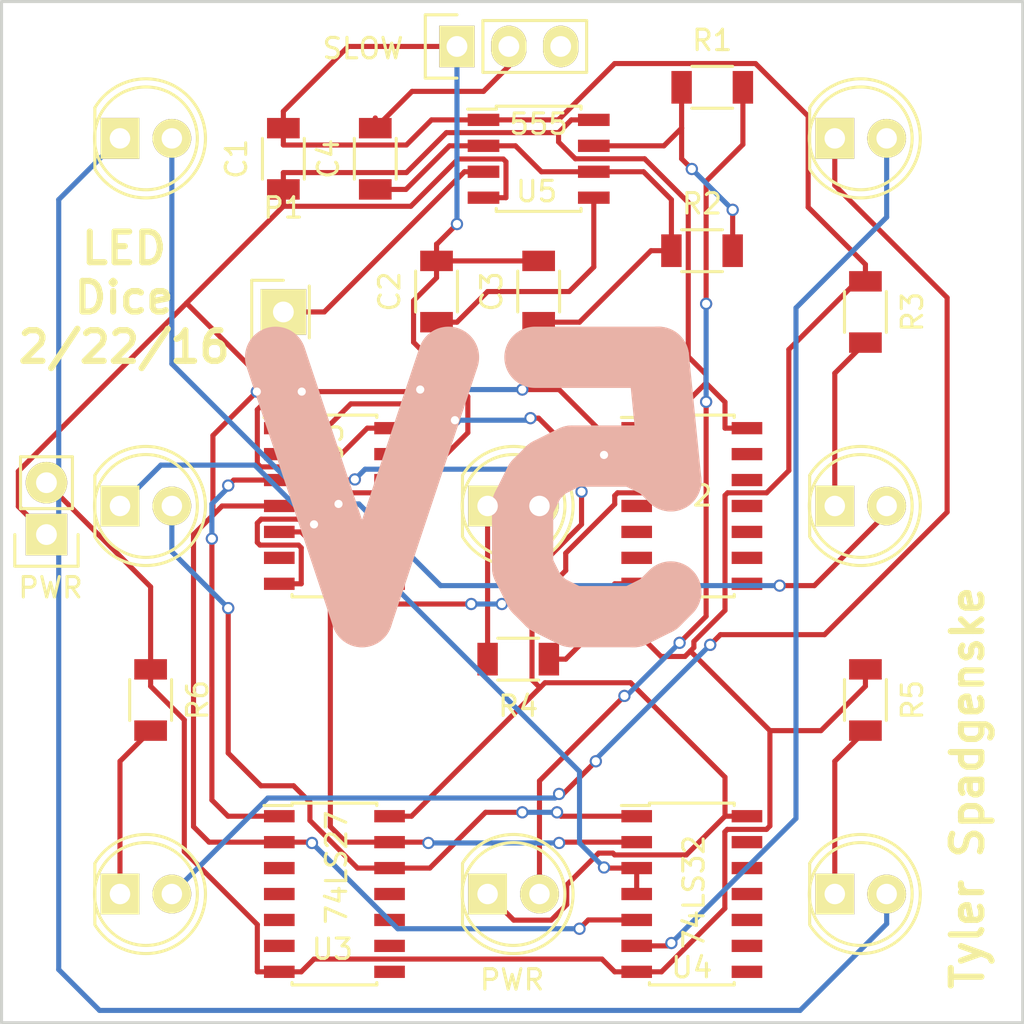
<source format=kicad_pcb>
(kicad_pcb (version 20171130) (host pcbnew "(5.1.12)-1")

  (general
    (thickness 1.6)
    (drawings 7)
    (tracks 354)
    (zones 0)
    (modules 26)
    (nets 24)
  )

  (page A4)
  (layers
    (0 F.Cu signal)
    (31 B.Cu signal)
    (32 B.Adhes user hide)
    (33 F.Adhes user hide)
    (34 B.Paste user hide)
    (35 F.Paste user hide)
    (36 B.SilkS user)
    (37 F.SilkS user)
    (38 B.Mask user)
    (39 F.Mask user)
    (40 Dwgs.User user)
    (41 Cmts.User user)
    (42 Eco1.User user)
    (43 Eco2.User user)
    (44 Edge.Cuts user)
    (45 Margin user)
    (46 B.CrtYd user)
    (47 F.CrtYd user)
    (48 B.Fab user)
    (49 F.Fab user)
  )

  (setup
    (last_trace_width 0.25)
    (trace_clearance 0.2)
    (zone_clearance 0.508)
    (zone_45_only no)
    (trace_min 0.2)
    (via_size 0.6)
    (via_drill 0.4)
    (via_min_size 0.4)
    (via_min_drill 0.3)
    (uvia_size 0.3)
    (uvia_drill 0.1)
    (uvias_allowed no)
    (uvia_min_size 0.2)
    (uvia_min_drill 0.1)
    (edge_width 0.15)
    (segment_width 0.2)
    (pcb_text_width 0.3)
    (pcb_text_size 1.5 1.5)
    (mod_edge_width 0.15)
    (mod_text_size 1 1)
    (mod_text_width 0.15)
    (pad_size 1.524 1.524)
    (pad_drill 0.762)
    (pad_to_mask_clearance 0.2)
    (aux_axis_origin 0 0)
    (visible_elements 7FFFFFFF)
    (pcbplotparams
      (layerselection 0x010f8_80000001)
      (usegerberextensions false)
      (usegerberattributes true)
      (usegerberadvancedattributes true)
      (creategerberjobfile true)
      (excludeedgelayer true)
      (linewidth 0.100000)
      (plotframeref false)
      (viasonmask false)
      (mode 1)
      (useauxorigin false)
      (hpglpennumber 1)
      (hpglpenspeed 20)
      (hpglpendiameter 15.000000)
      (psnegative false)
      (psa4output false)
      (plotreference true)
      (plotvalue true)
      (plotinvisibletext false)
      (padsonsilk false)
      (subtractmaskfromsilk false)
      (outputformat 1)
      (mirror false)
      (drillshape 0)
      (scaleselection 1)
      (outputdirectory "gerbers/"))
  )

  (net 0 "")
  (net 1 VCC)
  (net 2 GND)
  (net 3 "Net-(C2-Pad1)")
  (net 4 "Net-(C3-Pad1)")
  (net 5 "Net-(C4-Pad2)")
  (net 6 "Net-(D1-Pad1)")
  (net 7 1)
  (net 8 "Net-(D2-Pad1)")
  (net 9 2)
  (net 10 "Net-(D3-Pad1)")
  (net 11 3)
  (net 12 "Net-(D4-Pad1)")
  (net 13 4)
  (net 14 "Net-(D5-Pad1)")
  (net 15 "Net-(D6-Pad1)")
  (net 16 "Net-(D7-Pad1)")
  (net 17 OUT)
  (net 18 "Net-(R1-Pad1)")
  (net 19 "Net-(R1-Pad2)")
  (net 20 "Net-(U1-Pad2)")
  (net 21 "Net-(U1-Pad4)")
  (net 22 "Net-(U1-Pad5)")
  (net 23 "Net-(U1-Pad6)")

  (net_class Default "This is the default net class."
    (clearance 0.2)
    (trace_width 0.25)
    (via_dia 0.6)
    (via_drill 0.4)
    (uvia_dia 0.3)
    (uvia_drill 0.1)
    (add_net 1)
    (add_net 2)
    (add_net 3)
    (add_net 4)
    (add_net GND)
    (add_net "Net-(C2-Pad1)")
    (add_net "Net-(C3-Pad1)")
    (add_net "Net-(C4-Pad2)")
    (add_net "Net-(D1-Pad1)")
    (add_net "Net-(D2-Pad1)")
    (add_net "Net-(D3-Pad1)")
    (add_net "Net-(D4-Pad1)")
    (add_net "Net-(D5-Pad1)")
    (add_net "Net-(D6-Pad1)")
    (add_net "Net-(D7-Pad1)")
    (add_net "Net-(R1-Pad1)")
    (add_net "Net-(R1-Pad2)")
    (add_net "Net-(U1-Pad2)")
    (add_net "Net-(U1-Pad4)")
    (add_net "Net-(U1-Pad5)")
    (add_net "Net-(U1-Pad6)")
    (add_net OUT)
    (add_net VCC)
  )

  (module Capacitors_SMD:C_1206 (layer F.Cu) (tedit 56CB8009) (tstamp 56CB717C)
    (at 81.9 89.5 90)
    (descr "Capacitor SMD 1206, reflow soldering, AVX (see smccp.pdf)")
    (tags "capacitor 1206")
    (path /56C8DDE4)
    (attr smd)
    (fp_text reference C1 (at 0 -2.3 90) (layer F.SilkS)
      (effects (font (size 1 1) (thickness 0.15)))
    )
    (fp_text value 0.1uF (at 0 2.3 90) (layer F.Fab) hide
      (effects (font (size 1 1) (thickness 0.15)))
    )
    (fp_line (start -1 1.025) (end 1 1.025) (layer F.SilkS) (width 0.15))
    (fp_line (start 1 -1.025) (end -1 -1.025) (layer F.SilkS) (width 0.15))
    (fp_line (start 2.3 -1.15) (end 2.3 1.15) (layer F.CrtYd) (width 0.05))
    (fp_line (start -2.3 -1.15) (end -2.3 1.15) (layer F.CrtYd) (width 0.05))
    (fp_line (start -2.3 1.15) (end 2.3 1.15) (layer F.CrtYd) (width 0.05))
    (fp_line (start -2.3 -1.15) (end 2.3 -1.15) (layer F.CrtYd) (width 0.05))
    (pad 1 smd rect (at -1.5 0 90) (size 1 1.6) (layers F.Cu F.Paste F.Mask)
      (net 1 VCC))
    (pad 2 smd rect (at 1.5 0 90) (size 1 1.6) (layers F.Cu F.Paste F.Mask)
      (net 2 GND))
    (model Capacitors_SMD.3dshapes/C_1206.wrl
      (at (xyz 0 0 0))
      (scale (xyz 1 1 1))
      (rotate (xyz 0 0 0))
    )
  )

  (module Capacitors_SMD:C_1206 (layer F.Cu) (tedit 56CB7FCC) (tstamp 56CB7182)
    (at 89.4 96 90)
    (descr "Capacitor SMD 1206, reflow soldering, AVX (see smccp.pdf)")
    (tags "capacitor 1206")
    (path /56C8EBD8)
    (attr smd)
    (fp_text reference C2 (at 0 -2.3 90) (layer F.SilkS)
      (effects (font (size 1 1) (thickness 0.15)))
    )
    (fp_text value 0.01uF (at 0 2.3 90) (layer F.Fab) hide
      (effects (font (size 1 1) (thickness 0.15)))
    )
    (fp_line (start -1 1.025) (end 1 1.025) (layer F.SilkS) (width 0.15))
    (fp_line (start 1 -1.025) (end -1 -1.025) (layer F.SilkS) (width 0.15))
    (fp_line (start 2.3 -1.15) (end 2.3 1.15) (layer F.CrtYd) (width 0.05))
    (fp_line (start -2.3 -1.15) (end -2.3 1.15) (layer F.CrtYd) (width 0.05))
    (fp_line (start -2.3 1.15) (end 2.3 1.15) (layer F.CrtYd) (width 0.05))
    (fp_line (start -2.3 -1.15) (end 2.3 -1.15) (layer F.CrtYd) (width 0.05))
    (pad 1 smd rect (at -1.5 0 90) (size 1 1.6) (layers F.Cu F.Paste F.Mask)
      (net 3 "Net-(C2-Pad1)"))
    (pad 2 smd rect (at 1.5 0 90) (size 1 1.6) (layers F.Cu F.Paste F.Mask)
      (net 2 GND))
    (model Capacitors_SMD.3dshapes/C_1206.wrl
      (at (xyz 0 0 0))
      (scale (xyz 1 1 1))
      (rotate (xyz 0 0 0))
    )
  )

  (module Capacitors_SMD:C_1206 (layer F.Cu) (tedit 56CB7FCE) (tstamp 56CB7188)
    (at 94.4 96 90)
    (descr "Capacitor SMD 1206, reflow soldering, AVX (see smccp.pdf)")
    (tags "capacitor 1206")
    (path /56C8E5DD)
    (attr smd)
    (fp_text reference C3 (at 0 -2.3 90) (layer F.SilkS)
      (effects (font (size 1 1) (thickness 0.15)))
    )
    (fp_text value 0.01uF (at 0 2.3 90) (layer F.Fab) hide
      (effects (font (size 1 1) (thickness 0.15)))
    )
    (fp_line (start -1 1.025) (end 1 1.025) (layer F.SilkS) (width 0.15))
    (fp_line (start 1 -1.025) (end -1 -1.025) (layer F.SilkS) (width 0.15))
    (fp_line (start 2.3 -1.15) (end 2.3 1.15) (layer F.CrtYd) (width 0.05))
    (fp_line (start -2.3 -1.15) (end -2.3 1.15) (layer F.CrtYd) (width 0.05))
    (fp_line (start -2.3 1.15) (end 2.3 1.15) (layer F.CrtYd) (width 0.05))
    (fp_line (start -2.3 -1.15) (end 2.3 -1.15) (layer F.CrtYd) (width 0.05))
    (pad 1 smd rect (at -1.5 0 90) (size 1 1.6) (layers F.Cu F.Paste F.Mask)
      (net 4 "Net-(C3-Pad1)"))
    (pad 2 smd rect (at 1.5 0 90) (size 1 1.6) (layers F.Cu F.Paste F.Mask)
      (net 2 GND))
    (model Capacitors_SMD.3dshapes/C_1206.wrl
      (at (xyz 0 0 0))
      (scale (xyz 1 1 1))
      (rotate (xyz 0 0 0))
    )
  )

  (module Capacitors_SMD:C_1206 (layer F.Cu) (tedit 56CB800E) (tstamp 56CB718E)
    (at 86.4 89.5 90)
    (descr "Capacitor SMD 1206, reflow soldering, AVX (see smccp.pdf)")
    (tags "capacitor 1206")
    (path /56C90A9C)
    (attr smd)
    (fp_text reference C4 (at 0 -2.3 90) (layer F.SilkS)
      (effects (font (size 1 1) (thickness 0.15)))
    )
    (fp_text value 22uF (at 0 2.3 90) (layer F.Fab) hide
      (effects (font (size 1 1) (thickness 0.15)))
    )
    (fp_line (start -1 1.025) (end 1 1.025) (layer F.SilkS) (width 0.15))
    (fp_line (start 1 -1.025) (end -1 -1.025) (layer F.SilkS) (width 0.15))
    (fp_line (start 2.3 -1.15) (end 2.3 1.15) (layer F.CrtYd) (width 0.05))
    (fp_line (start -2.3 -1.15) (end -2.3 1.15) (layer F.CrtYd) (width 0.05))
    (fp_line (start -2.3 1.15) (end 2.3 1.15) (layer F.CrtYd) (width 0.05))
    (fp_line (start -2.3 -1.15) (end 2.3 -1.15) (layer F.CrtYd) (width 0.05))
    (pad 1 smd rect (at -1.5 0 90) (size 1 1.6) (layers F.Cu F.Paste F.Mask)
      (net 4 "Net-(C3-Pad1)"))
    (pad 2 smd rect (at 1.5 0 90) (size 1 1.6) (layers F.Cu F.Paste F.Mask)
      (net 5 "Net-(C4-Pad2)"))
    (model Capacitors_SMD.3dshapes/C_1206.wrl
      (at (xyz 0 0 0))
      (scale (xyz 1 1 1))
      (rotate (xyz 0 0 0))
    )
  )

  (module LEDs:LED-5MM (layer F.Cu) (tedit 56CB7F6D) (tstamp 56CB7194)
    (at 73.9 106.5)
    (descr "LED 5mm round vertical")
    (tags "LED 5mm round vertical")
    (path /56C983E5)
    (fp_text reference D1 (at 1.524 4.064) (layer F.SilkS) hide
      (effects (font (size 1 1) (thickness 0.15)))
    )
    (fp_text value LED (at 1.524 -3.937) (layer F.Fab) hide
      (effects (font (size 1 1) (thickness 0.15)))
    )
    (fp_circle (center 1.27 0) (end 0.97 -2.5) (layer F.SilkS) (width 0.15))
    (fp_line (start -1.23 1.5) (end -1.23 -1.5) (layer F.SilkS) (width 0.15))
    (fp_line (start -1.5 -1.55) (end -1.5 1.55) (layer F.CrtYd) (width 0.05))
    (fp_text user K (at -1.905 1.905) (layer F.SilkS) hide
      (effects (font (size 1 1) (thickness 0.15)))
    )
    (fp_arc (start 1.3 0) (end -1.5 1.55) (angle -302) (layer F.CrtYd) (width 0.05))
    (fp_arc (start 1.27 0) (end -1.23 -1.5) (angle 297.5) (layer F.SilkS) (width 0.15))
    (pad 1 thru_hole rect (at 0 0 90) (size 2 1.9) (drill 1.00076) (layers *.Cu *.Mask F.SilkS)
      (net 6 "Net-(D1-Pad1)"))
    (pad 2 thru_hole circle (at 2.54 0) (size 1.9 1.9) (drill 1.00076) (layers *.Cu *.Mask F.SilkS)
      (net 7 1))
    (model LEDs.3dshapes/LED-5MM.wrl
      (offset (xyz 1.269999980926514 0 0))
      (scale (xyz 1 1 1))
      (rotate (xyz 0 0 90))
    )
  )

  (module LEDs:LED-5MM (layer F.Cu) (tedit 56CB7F2C) (tstamp 56CB719A)
    (at 91.9 106.5)
    (descr "LED 5mm round vertical")
    (tags "LED 5mm round vertical")
    (path /56C98757)
    (fp_text reference D2 (at 1.524 4.064) (layer F.SilkS) hide
      (effects (font (size 1 1) (thickness 0.15)))
    )
    (fp_text value LED (at 1.524 -3.937) (layer F.Fab) hide
      (effects (font (size 1 1) (thickness 0.15)))
    )
    (fp_circle (center 1.27 0) (end 0.97 -2.5) (layer F.SilkS) (width 0.15))
    (fp_line (start -1.23 1.5) (end -1.23 -1.5) (layer F.SilkS) (width 0.15))
    (fp_line (start -1.5 -1.55) (end -1.5 1.55) (layer F.CrtYd) (width 0.05))
    (fp_text user K (at -1.905 1.905) (layer F.SilkS) hide
      (effects (font (size 1 1) (thickness 0.15)))
    )
    (fp_arc (start 1.3 0) (end -1.5 1.55) (angle -302) (layer F.CrtYd) (width 0.05))
    (fp_arc (start 1.27 0) (end -1.23 -1.5) (angle 297.5) (layer F.SilkS) (width 0.15))
    (pad 1 thru_hole rect (at 0 0 90) (size 2 1.9) (drill 1.00076) (layers *.Cu *.Mask F.SilkS)
      (net 8 "Net-(D2-Pad1)"))
    (pad 2 thru_hole circle (at 2.54 0) (size 1.9 1.9) (drill 1.00076) (layers *.Cu *.Mask F.SilkS)
      (net 9 2))
    (model LEDs.3dshapes/LED-5MM.wrl
      (offset (xyz 1.269999980926514 0 0))
      (scale (xyz 1 1 1))
      (rotate (xyz 0 0 90))
    )
  )

  (module LEDs:LED-5MM (layer F.Cu) (tedit 56CB7F83) (tstamp 56CB71A0)
    (at 73.9 88.5)
    (descr "LED 5mm round vertical")
    (tags "LED 5mm round vertical")
    (path /56C98833)
    (fp_text reference D3 (at 1.524 4.064) (layer F.SilkS) hide
      (effects (font (size 1 1) (thickness 0.15)))
    )
    (fp_text value LED (at 1.524 -3.937) (layer F.Fab) hide
      (effects (font (size 1 1) (thickness 0.15)))
    )
    (fp_circle (center 1.27 0) (end 0.97 -2.5) (layer F.SilkS) (width 0.15))
    (fp_line (start -1.23 1.5) (end -1.23 -1.5) (layer F.SilkS) (width 0.15))
    (fp_line (start -1.5 -1.55) (end -1.5 1.55) (layer F.CrtYd) (width 0.05))
    (fp_text user K (at -1.905 1.905) (layer F.SilkS) hide
      (effects (font (size 1 1) (thickness 0.15)))
    )
    (fp_arc (start 1.3 0) (end -1.5 1.55) (angle -302) (layer F.CrtYd) (width 0.05))
    (fp_arc (start 1.27 0) (end -1.23 -1.5) (angle 297.5) (layer F.SilkS) (width 0.15))
    (pad 1 thru_hole rect (at 0 0 90) (size 2 1.9) (drill 1.00076) (layers *.Cu *.Mask F.SilkS)
      (net 10 "Net-(D3-Pad1)"))
    (pad 2 thru_hole circle (at 2.54 0) (size 1.9 1.9) (drill 1.00076) (layers *.Cu *.Mask F.SilkS)
      (net 11 3))
    (model LEDs.3dshapes/LED-5MM.wrl
      (offset (xyz 1.269999980926514 0 0))
      (scale (xyz 1 1 1))
      (rotate (xyz 0 0 90))
    )
  )

  (module LEDs:LED-5MM (layer F.Cu) (tedit 56CB7F78) (tstamp 56CB71A6)
    (at 108.9 88.5)
    (descr "LED 5mm round vertical")
    (tags "LED 5mm round vertical")
    (path /56C98BA0)
    (fp_text reference D4 (at 1.524 4.064) (layer F.SilkS) hide
      (effects (font (size 1 1) (thickness 0.15)))
    )
    (fp_text value LED (at 1.524 -3.937) (layer F.Fab) hide
      (effects (font (size 1 1) (thickness 0.15)))
    )
    (fp_circle (center 1.27 0) (end 0.97 -2.5) (layer F.SilkS) (width 0.15))
    (fp_line (start -1.23 1.5) (end -1.23 -1.5) (layer F.SilkS) (width 0.15))
    (fp_line (start -1.5 -1.55) (end -1.5 1.55) (layer F.CrtYd) (width 0.05))
    (fp_text user K (at -1.905 1.905) (layer F.SilkS) hide
      (effects (font (size 1 1) (thickness 0.15)))
    )
    (fp_arc (start 1.3 0) (end -1.5 1.55) (angle -302) (layer F.CrtYd) (width 0.05))
    (fp_arc (start 1.27 0) (end -1.23 -1.5) (angle 297.5) (layer F.SilkS) (width 0.15))
    (pad 1 thru_hole rect (at 0 0 90) (size 2 1.9) (drill 1.00076) (layers *.Cu *.Mask F.SilkS)
      (net 12 "Net-(D4-Pad1)"))
    (pad 2 thru_hole circle (at 2.54 0) (size 1.9 1.9) (drill 1.00076) (layers *.Cu *.Mask F.SilkS)
      (net 13 4))
    (model LEDs.3dshapes/LED-5MM.wrl
      (offset (xyz 1.269999980926514 0 0))
      (scale (xyz 1 1 1))
      (rotate (xyz 0 0 90))
    )
  )

  (module LEDs:LED-5MM (layer F.Cu) (tedit 56CB7F63) (tstamp 56CB71AC)
    (at 108.9 106.5)
    (descr "LED 5mm round vertical")
    (tags "LED 5mm round vertical")
    (path /56C985EF)
    (fp_text reference D5 (at 1.524 4.064) (layer F.SilkS) hide
      (effects (font (size 1 1) (thickness 0.15)))
    )
    (fp_text value LED (at 1.524 -3.937) (layer F.Fab) hide
      (effects (font (size 1 1) (thickness 0.15)))
    )
    (fp_circle (center 1.27 0) (end 0.97 -2.5) (layer F.SilkS) (width 0.15))
    (fp_line (start -1.23 1.5) (end -1.23 -1.5) (layer F.SilkS) (width 0.15))
    (fp_line (start -1.5 -1.55) (end -1.5 1.55) (layer F.CrtYd) (width 0.05))
    (fp_text user K (at -1.905 1.905) (layer F.SilkS) hide
      (effects (font (size 1 1) (thickness 0.15)))
    )
    (fp_arc (start 1.3 0) (end -1.5 1.55) (angle -302) (layer F.CrtYd) (width 0.05))
    (fp_arc (start 1.27 0) (end -1.23 -1.5) (angle 297.5) (layer F.SilkS) (width 0.15))
    (pad 1 thru_hole rect (at 0 0 90) (size 2 1.9) (drill 1.00076) (layers *.Cu *.Mask F.SilkS)
      (net 14 "Net-(D5-Pad1)"))
    (pad 2 thru_hole circle (at 2.54 0) (size 1.9 1.9) (drill 1.00076) (layers *.Cu *.Mask F.SilkS)
      (net 6 "Net-(D1-Pad1)"))
    (model LEDs.3dshapes/LED-5MM.wrl
      (offset (xyz 1.269999980926514 0 0))
      (scale (xyz 1 1 1))
      (rotate (xyz 0 0 90))
    )
  )

  (module LEDs:LED-5MM (layer F.Cu) (tedit 56CB7EF2) (tstamp 56CB71B2)
    (at 108.9 125.5)
    (descr "LED 5mm round vertical")
    (tags "LED 5mm round vertical")
    (path /56C98ADE)
    (fp_text reference D6 (at 1.524 4.064) (layer F.SilkS) hide
      (effects (font (size 1 1) (thickness 0.15)))
    )
    (fp_text value LED (at 1.524 -3.937) (layer F.Fab) hide
      (effects (font (size 1 1) (thickness 0.15)))
    )
    (fp_circle (center 1.27 0) (end 0.97 -2.5) (layer F.SilkS) (width 0.15))
    (fp_line (start -1.23 1.5) (end -1.23 -1.5) (layer F.SilkS) (width 0.15))
    (fp_line (start -1.5 -1.55) (end -1.5 1.55) (layer F.CrtYd) (width 0.05))
    (fp_text user K (at -1.905 1.905) (layer F.SilkS) hide
      (effects (font (size 1 1) (thickness 0.15)))
    )
    (fp_arc (start 1.3 0) (end -1.5 1.55) (angle -302) (layer F.CrtYd) (width 0.05))
    (fp_arc (start 1.27 0) (end -1.23 -1.5) (angle 297.5) (layer F.SilkS) (width 0.15))
    (pad 1 thru_hole rect (at 0 0 90) (size 2 1.9) (drill 1.00076) (layers *.Cu *.Mask F.SilkS)
      (net 15 "Net-(D6-Pad1)"))
    (pad 2 thru_hole circle (at 2.54 0) (size 1.9 1.9) (drill 1.00076) (layers *.Cu *.Mask F.SilkS)
      (net 10 "Net-(D3-Pad1)"))
    (model LEDs.3dshapes/LED-5MM.wrl
      (offset (xyz 1.269999980926514 0 0))
      (scale (xyz 1 1 1))
      (rotate (xyz 0 0 90))
    )
  )

  (module LEDs:LED-5MM (layer F.Cu) (tedit 56CB7EE9) (tstamp 56CB71B8)
    (at 73.9 125.5)
    (descr "LED 5mm round vertical")
    (tags "LED 5mm round vertical")
    (path /56C98C92)
    (fp_text reference D7 (at 1.524 4.064) (layer F.SilkS) hide
      (effects (font (size 1 1) (thickness 0.15)))
    )
    (fp_text value LED (at 1.524 -3.937) (layer F.Fab) hide
      (effects (font (size 1 1) (thickness 0.15)))
    )
    (fp_circle (center 1.27 0) (end 0.97 -2.5) (layer F.SilkS) (width 0.15))
    (fp_line (start -1.23 1.5) (end -1.23 -1.5) (layer F.SilkS) (width 0.15))
    (fp_line (start -1.5 -1.55) (end -1.5 1.55) (layer F.CrtYd) (width 0.05))
    (fp_text user K (at -1.905 1.905) (layer F.SilkS) hide
      (effects (font (size 1 1) (thickness 0.15)))
    )
    (fp_arc (start 1.3 0) (end -1.5 1.55) (angle -302) (layer F.CrtYd) (width 0.05))
    (fp_arc (start 1.27 0) (end -1.23 -1.5) (angle 297.5) (layer F.SilkS) (width 0.15))
    (pad 1 thru_hole rect (at 0 0 90) (size 2 1.9) (drill 1.00076) (layers *.Cu *.Mask F.SilkS)
      (net 16 "Net-(D7-Pad1)"))
    (pad 2 thru_hole circle (at 2.54 0) (size 1.9 1.9) (drill 1.00076) (layers *.Cu *.Mask F.SilkS)
      (net 12 "Net-(D4-Pad1)"))
    (model LEDs.3dshapes/LED-5MM.wrl
      (offset (xyz 1.269999980926514 0 0))
      (scale (xyz 1 1 1))
      (rotate (xyz 0 0 90))
    )
  )

  (module Socket_Strips:Socket_Strip_Straight_1x01 (layer F.Cu) (tedit 56CB7FC9) (tstamp 56CB71BD)
    (at 81.9 97)
    (descr "Through hole socket strip")
    (tags "socket strip")
    (path /56C9A3EE)
    (fp_text reference P1 (at 0 -5.1) (layer F.SilkS)
      (effects (font (size 1 1) (thickness 0.15)))
    )
    (fp_text value CONN_01X01 (at 0 -3.1) (layer F.Fab) hide
      (effects (font (size 1 1) (thickness 0.15)))
    )
    (fp_line (start -1.55 1.55) (end 0 1.55) (layer F.SilkS) (width 0.15))
    (fp_line (start -1.55 -1.55) (end -1.55 1.55) (layer F.SilkS) (width 0.15))
    (fp_line (start -1.55 -1.55) (end 0 -1.55) (layer F.SilkS) (width 0.15))
    (fp_line (start 1.27 1.27) (end 1.27 -1.27) (layer F.SilkS) (width 0.15))
    (fp_line (start -1.75 1.75) (end 1.75 1.75) (layer F.CrtYd) (width 0.05))
    (fp_line (start -1.75 -1.75) (end 1.75 -1.75) (layer F.CrtYd) (width 0.05))
    (fp_line (start 1.75 -1.75) (end 1.75 1.75) (layer F.CrtYd) (width 0.05))
    (fp_line (start -1.75 -1.75) (end -1.75 1.75) (layer F.CrtYd) (width 0.05))
    (pad 1 thru_hole rect (at 0 0) (size 2.2352 2.2352) (drill 1.016) (layers *.Cu *.Mask F.SilkS)
      (net 17 OUT))
    (model Socket_Strips.3dshapes/Socket_Strip_Straight_1x01.wrl
      (at (xyz 0 0 0))
      (scale (xyz 1 1 1))
      (rotate (xyz 0 0 180))
    )
  )

  (module Capacitors_SMD:C_1206 (layer F.Cu) (tedit 56CB7FDB) (tstamp 56CB71C3)
    (at 102.9 86)
    (descr "Capacitor SMD 1206, reflow soldering, AVX (see smccp.pdf)")
    (tags "capacitor 1206")
    (path /56C8E3EE)
    (attr smd)
    (fp_text reference R1 (at 0 -2.3) (layer F.SilkS)
      (effects (font (size 1 1) (thickness 0.15)))
    )
    (fp_text value 10K (at 0 2.3) (layer F.Fab) hide
      (effects (font (size 1 1) (thickness 0.15)))
    )
    (fp_line (start -1 1.025) (end 1 1.025) (layer F.SilkS) (width 0.15))
    (fp_line (start 1 -1.025) (end -1 -1.025) (layer F.SilkS) (width 0.15))
    (fp_line (start 2.3 -1.15) (end 2.3 1.15) (layer F.CrtYd) (width 0.05))
    (fp_line (start -2.3 -1.15) (end -2.3 1.15) (layer F.CrtYd) (width 0.05))
    (fp_line (start -2.3 1.15) (end 2.3 1.15) (layer F.CrtYd) (width 0.05))
    (fp_line (start -2.3 -1.15) (end 2.3 -1.15) (layer F.CrtYd) (width 0.05))
    (pad 1 smd rect (at -1.5 0) (size 1 1.6) (layers F.Cu F.Paste F.Mask)
      (net 18 "Net-(R1-Pad1)"))
    (pad 2 smd rect (at 1.5 0) (size 1 1.6) (layers F.Cu F.Paste F.Mask)
      (net 19 "Net-(R1-Pad2)"))
    (model Capacitors_SMD.3dshapes/C_1206.wrl
      (at (xyz 0 0 0))
      (scale (xyz 1 1 1))
      (rotate (xyz 0 0 0))
    )
  )

  (module Capacitors_SMD:C_1206 (layer F.Cu) (tedit 56CB7FD3) (tstamp 56CB71C9)
    (at 102.4 94)
    (descr "Capacitor SMD 1206, reflow soldering, AVX (see smccp.pdf)")
    (tags "capacitor 1206")
    (path /56C8E472)
    (attr smd)
    (fp_text reference R2 (at 0 -2.3) (layer F.SilkS)
      (effects (font (size 1 1) (thickness 0.15)))
    )
    (fp_text value 10K (at 0 2.3) (layer F.Fab) hide
      (effects (font (size 1 1) (thickness 0.15)))
    )
    (fp_line (start -1 1.025) (end 1 1.025) (layer F.SilkS) (width 0.15))
    (fp_line (start 1 -1.025) (end -1 -1.025) (layer F.SilkS) (width 0.15))
    (fp_line (start 2.3 -1.15) (end 2.3 1.15) (layer F.CrtYd) (width 0.05))
    (fp_line (start -2.3 -1.15) (end -2.3 1.15) (layer F.CrtYd) (width 0.05))
    (fp_line (start -2.3 1.15) (end 2.3 1.15) (layer F.CrtYd) (width 0.05))
    (fp_line (start -2.3 -1.15) (end 2.3 -1.15) (layer F.CrtYd) (width 0.05))
    (pad 1 smd rect (at -1.5 0) (size 1 1.6) (layers F.Cu F.Paste F.Mask)
      (net 4 "Net-(C3-Pad1)"))
    (pad 2 smd rect (at 1.5 0) (size 1 1.6) (layers F.Cu F.Paste F.Mask)
      (net 18 "Net-(R1-Pad1)"))
    (model Capacitors_SMD.3dshapes/C_1206.wrl
      (at (xyz 0 0 0))
      (scale (xyz 1 1 1))
      (rotate (xyz 0 0 0))
    )
  )

  (module Capacitors_SMD:C_1206 (layer F.Cu) (tedit 56CB7FD7) (tstamp 56CB71CF)
    (at 110.4 97 270)
    (descr "Capacitor SMD 1206, reflow soldering, AVX (see smccp.pdf)")
    (tags "capacitor 1206")
    (path /56C98F85)
    (attr smd)
    (fp_text reference R3 (at 0 -2.3 270) (layer F.SilkS)
      (effects (font (size 1 1) (thickness 0.15)))
    )
    (fp_text value 220 (at 0 2.3 270) (layer F.Fab) hide
      (effects (font (size 1 1) (thickness 0.15)))
    )
    (fp_line (start -1 1.025) (end 1 1.025) (layer F.SilkS) (width 0.15))
    (fp_line (start 1 -1.025) (end -1 -1.025) (layer F.SilkS) (width 0.15))
    (fp_line (start 2.3 -1.15) (end 2.3 1.15) (layer F.CrtYd) (width 0.05))
    (fp_line (start -2.3 -1.15) (end -2.3 1.15) (layer F.CrtYd) (width 0.05))
    (fp_line (start -2.3 1.15) (end 2.3 1.15) (layer F.CrtYd) (width 0.05))
    (fp_line (start -2.3 -1.15) (end 2.3 -1.15) (layer F.CrtYd) (width 0.05))
    (pad 1 smd rect (at -1.5 0 270) (size 1 1.6) (layers F.Cu F.Paste F.Mask)
      (net 2 GND))
    (pad 2 smd rect (at 1.5 0 270) (size 1 1.6) (layers F.Cu F.Paste F.Mask)
      (net 14 "Net-(D5-Pad1)"))
    (model Capacitors_SMD.3dshapes/C_1206.wrl
      (at (xyz 0 0 0))
      (scale (xyz 1 1 1))
      (rotate (xyz 0 0 0))
    )
  )

  (module Capacitors_SMD:C_1206 (layer F.Cu) (tedit 56CB7F1F) (tstamp 56CB71D5)
    (at 93.4 114 180)
    (descr "Capacitor SMD 1206, reflow soldering, AVX (see smccp.pdf)")
    (tags "capacitor 1206")
    (path /56C992EB)
    (attr smd)
    (fp_text reference R4 (at 0 -2.3 180) (layer F.SilkS)
      (effects (font (size 1 1) (thickness 0.15)))
    )
    (fp_text value 220 (at 0 2.3 180) (layer F.Fab) hide
      (effects (font (size 1 1) (thickness 0.15)))
    )
    (fp_line (start -1 1.025) (end 1 1.025) (layer F.SilkS) (width 0.15))
    (fp_line (start 1 -1.025) (end -1 -1.025) (layer F.SilkS) (width 0.15))
    (fp_line (start 2.3 -1.15) (end 2.3 1.15) (layer F.CrtYd) (width 0.05))
    (fp_line (start -2.3 -1.15) (end -2.3 1.15) (layer F.CrtYd) (width 0.05))
    (fp_line (start -2.3 1.15) (end 2.3 1.15) (layer F.CrtYd) (width 0.05))
    (fp_line (start -2.3 -1.15) (end 2.3 -1.15) (layer F.CrtYd) (width 0.05))
    (pad 1 smd rect (at -1.5 0 180) (size 1 1.6) (layers F.Cu F.Paste F.Mask)
      (net 2 GND))
    (pad 2 smd rect (at 1.5 0 180) (size 1 1.6) (layers F.Cu F.Paste F.Mask)
      (net 8 "Net-(D2-Pad1)"))
    (model Capacitors_SMD.3dshapes/C_1206.wrl
      (at (xyz 0 0 0))
      (scale (xyz 1 1 1))
      (rotate (xyz 0 0 0))
    )
  )

  (module Capacitors_SMD:C_1206 (layer F.Cu) (tedit 56CB7E7F) (tstamp 56CB71DB)
    (at 110.4 116 270)
    (descr "Capacitor SMD 1206, reflow soldering, AVX (see smccp.pdf)")
    (tags "capacitor 1206")
    (path /56C98FDC)
    (attr smd)
    (fp_text reference R5 (at 0 -2.3 270) (layer F.SilkS)
      (effects (font (size 1 1) (thickness 0.15)))
    )
    (fp_text value 220 (at 0 2.3 270) (layer F.Fab) hide
      (effects (font (size 1 1) (thickness 0.15)))
    )
    (fp_line (start -1 1.025) (end 1 1.025) (layer F.SilkS) (width 0.15))
    (fp_line (start 1 -1.025) (end -1 -1.025) (layer F.SilkS) (width 0.15))
    (fp_line (start 2.3 -1.15) (end 2.3 1.15) (layer F.CrtYd) (width 0.05))
    (fp_line (start -2.3 -1.15) (end -2.3 1.15) (layer F.CrtYd) (width 0.05))
    (fp_line (start -2.3 1.15) (end 2.3 1.15) (layer F.CrtYd) (width 0.05))
    (fp_line (start -2.3 -1.15) (end 2.3 -1.15) (layer F.CrtYd) (width 0.05))
    (pad 1 smd rect (at -1.5 0 270) (size 1 1.6) (layers F.Cu F.Paste F.Mask)
      (net 2 GND))
    (pad 2 smd rect (at 1.5 0 270) (size 1 1.6) (layers F.Cu F.Paste F.Mask)
      (net 15 "Net-(D6-Pad1)"))
    (model Capacitors_SMD.3dshapes/C_1206.wrl
      (at (xyz 0 0 0))
      (scale (xyz 1 1 1))
      (rotate (xyz 0 0 0))
    )
  )

  (module Capacitors_SMD:C_1206 (layer F.Cu) (tedit 56CB7F1A) (tstamp 56CB71E1)
    (at 75.4 116 270)
    (descr "Capacitor SMD 1206, reflow soldering, AVX (see smccp.pdf)")
    (tags "capacitor 1206")
    (path /56C99049)
    (attr smd)
    (fp_text reference R6 (at 0 -2.3 270) (layer F.SilkS)
      (effects (font (size 1 1) (thickness 0.15)))
    )
    (fp_text value 220 (at 0 2.3 270) (layer F.Fab) hide
      (effects (font (size 1 1) (thickness 0.15)))
    )
    (fp_line (start -1 1.025) (end 1 1.025) (layer F.SilkS) (width 0.15))
    (fp_line (start 1 -1.025) (end -1 -1.025) (layer F.SilkS) (width 0.15))
    (fp_line (start 2.3 -1.15) (end 2.3 1.15) (layer F.CrtYd) (width 0.05))
    (fp_line (start -2.3 -1.15) (end -2.3 1.15) (layer F.CrtYd) (width 0.05))
    (fp_line (start -2.3 1.15) (end 2.3 1.15) (layer F.CrtYd) (width 0.05))
    (fp_line (start -2.3 -1.15) (end 2.3 -1.15) (layer F.CrtYd) (width 0.05))
    (pad 1 smd rect (at -1.5 0 270) (size 1 1.6) (layers F.Cu F.Paste F.Mask)
      (net 2 GND))
    (pad 2 smd rect (at 1.5 0 270) (size 1 1.6) (layers F.Cu F.Paste F.Mask)
      (net 16 "Net-(D7-Pad1)"))
    (model Capacitors_SMD.3dshapes/C_1206.wrl
      (at (xyz 0 0 0))
      (scale (xyz 1 1 1))
      (rotate (xyz 0 0 0))
    )
  )

  (module LEDs:LED-5MM (layer F.Cu) (tedit 56CB7EDA) (tstamp 56CB71E7)
    (at 91.9 125.5)
    (descr "LED 5mm round vertical")
    (tags "LED 5mm round vertical")
    (path /56C8D663)
    (fp_text reference SW1 (at 1.524 4.064) (layer F.SilkS) hide
      (effects (font (size 1 1) (thickness 0.15)))
    )
    (fp_text value PWR (at 1.2 4.2) (layer F.SilkS)
      (effects (font (size 1 1) (thickness 0.15)))
    )
    (fp_circle (center 1.27 0) (end 0.97 -2.5) (layer F.SilkS) (width 0.15))
    (fp_line (start -1.23 1.5) (end -1.23 -1.5) (layer F.SilkS) (width 0.15))
    (fp_line (start -1.5 -1.55) (end -1.5 1.55) (layer F.CrtYd) (width 0.05))
    (fp_text user K (at -1.905 1.905) (layer F.SilkS) hide
      (effects (font (size 1 1) (thickness 0.15)))
    )
    (fp_arc (start 1.3 0) (end -1.5 1.55) (angle -302) (layer F.CrtYd) (width 0.05))
    (fp_arc (start 1.27 0) (end -1.23 -1.5) (angle 297.5) (layer F.SilkS) (width 0.15))
    (pad 1 thru_hole rect (at 0 0 90) (size 2 1.9) (drill 1.00076) (layers *.Cu *.Mask F.SilkS)
      (net 1 VCC))
    (pad 2 thru_hole circle (at 2.54 0) (size 1.9 1.9) (drill 1.00076) (layers *.Cu *.Mask F.SilkS)
      (net 19 "Net-(R1-Pad2)"))
    (model LEDs.3dshapes/LED-5MM.wrl
      (offset (xyz 1.269999980926514 0 0))
      (scale (xyz 1 1 1))
      (rotate (xyz 0 0 90))
    )
  )

  (module Housings_SOIC:SOIC-14_3.9x8.7mm_Pitch1.27mm (layer F.Cu) (tedit 56CB7FBC) (tstamp 56CB7200)
    (at 84.4 106.5)
    (descr "14-Lead Plastic Small Outline (SL) - Narrow, 3.90 mm Body [SOIC] (see Microchip Packaging Specification 00000049BS.pdf)")
    (tags "SOIC 1.27")
    (path /56C8D3F9)
    (attr smd)
    (fp_text reference U1 (at 0 3.1) (layer F.SilkS)
      (effects (font (size 1 1) (thickness 0.15)))
    )
    (fp_text value 74LS393 (at -0.1 -0.8 90) (layer F.SilkS)
      (effects (font (size 1 1) (thickness 0.15)))
    )
    (fp_line (start -2.075 -4.335) (end -3.45 -4.335) (layer F.SilkS) (width 0.15))
    (fp_line (start -2.075 4.45) (end 2.075 4.45) (layer F.SilkS) (width 0.15))
    (fp_line (start -2.075 -4.45) (end 2.075 -4.45) (layer F.SilkS) (width 0.15))
    (fp_line (start -2.075 4.45) (end -2.075 4.335) (layer F.SilkS) (width 0.15))
    (fp_line (start 2.075 4.45) (end 2.075 4.335) (layer F.SilkS) (width 0.15))
    (fp_line (start 2.075 -4.45) (end 2.075 -4.335) (layer F.SilkS) (width 0.15))
    (fp_line (start -2.075 -4.45) (end -2.075 -4.335) (layer F.SilkS) (width 0.15))
    (fp_line (start -3.7 4.65) (end 3.7 4.65) (layer F.CrtYd) (width 0.05))
    (fp_line (start -3.7 -4.65) (end 3.7 -4.65) (layer F.CrtYd) (width 0.05))
    (fp_line (start 3.7 -4.65) (end 3.7 4.65) (layer F.CrtYd) (width 0.05))
    (fp_line (start -3.7 -4.65) (end -3.7 4.65) (layer F.CrtYd) (width 0.05))
    (pad 1 smd rect (at -2.7 -3.81) (size 1.5 0.6) (layers F.Cu F.Paste F.Mask)
      (net 17 OUT))
    (pad 2 smd rect (at -2.7 -2.54) (size 1.5 0.6) (layers F.Cu F.Paste F.Mask)
      (net 20 "Net-(U1-Pad2)"))
    (pad 3 smd rect (at -2.7 -1.27) (size 1.5 0.6) (layers F.Cu F.Paste F.Mask)
      (net 9 2))
    (pad 4 smd rect (at -2.7 0) (size 1.5 0.6) (layers F.Cu F.Paste F.Mask)
      (net 21 "Net-(U1-Pad4)"))
    (pad 5 smd rect (at -2.7 1.27) (size 1.5 0.6) (layers F.Cu F.Paste F.Mask)
      (net 22 "Net-(U1-Pad5)"))
    (pad 6 smd rect (at -2.7 2.54) (size 1.5 0.6) (layers F.Cu F.Paste F.Mask)
      (net 23 "Net-(U1-Pad6)"))
    (pad 7 smd rect (at -2.7 3.81) (size 1.5 0.6) (layers F.Cu F.Paste F.Mask)
      (net 2 GND))
    (pad 8 smd rect (at 2.7 3.81) (size 1.5 0.6) (layers F.Cu F.Paste F.Mask))
    (pad 9 smd rect (at 2.7 2.54) (size 1.5 0.6) (layers F.Cu F.Paste F.Mask))
    (pad 10 smd rect (at 2.7 1.27) (size 1.5 0.6) (layers F.Cu F.Paste F.Mask))
    (pad 11 smd rect (at 2.7 0) (size 1.5 0.6) (layers F.Cu F.Paste F.Mask))
    (pad 12 smd rect (at 2.7 -1.27) (size 1.5 0.6) (layers F.Cu F.Paste F.Mask))
    (pad 13 smd rect (at 2.7 -2.54) (size 1.5 0.6) (layers F.Cu F.Paste F.Mask))
    (pad 14 smd rect (at 2.7 -3.81) (size 1.5 0.6) (layers F.Cu F.Paste F.Mask)
      (net 1 VCC))
    (model Housings_SOIC.3dshapes/SOIC-14_3.9x8.7mm_Pitch1.27mm.wrl
      (at (xyz 0 0 0))
      (scale (xyz 1 1 1))
      (rotate (xyz 0 0 0))
    )
  )

  (module Housings_SOIC:SOIC-14_3.9x8.7mm_Pitch1.27mm (layer F.Cu) (tedit 56CB7FC1) (tstamp 56CB7212)
    (at 101.9 106.5)
    (descr "14-Lead Plastic Small Outline (SL) - Narrow, 3.90 mm Body [SOIC] (see Microchip Packaging Specification 00000049BS.pdf)")
    (tags "SOIC 1.27")
    (path /56C8D44A)
    (attr smd)
    (fp_text reference U2 (at 0 -0.5) (layer F.SilkS)
      (effects (font (size 1 1) (thickness 0.15)))
    )
    (fp_text value 74LS08 (at 0 5.375) (layer F.Fab) hide
      (effects (font (size 1 1) (thickness 0.15)))
    )
    (fp_line (start -2.075 -4.335) (end -3.45 -4.335) (layer F.SilkS) (width 0.15))
    (fp_line (start -2.075 4.45) (end 2.075 4.45) (layer F.SilkS) (width 0.15))
    (fp_line (start -2.075 -4.45) (end 2.075 -4.45) (layer F.SilkS) (width 0.15))
    (fp_line (start -2.075 4.45) (end -2.075 4.335) (layer F.SilkS) (width 0.15))
    (fp_line (start 2.075 4.45) (end 2.075 4.335) (layer F.SilkS) (width 0.15))
    (fp_line (start 2.075 -4.45) (end 2.075 -4.335) (layer F.SilkS) (width 0.15))
    (fp_line (start -2.075 -4.45) (end -2.075 -4.335) (layer F.SilkS) (width 0.15))
    (fp_line (start -3.7 4.65) (end 3.7 4.65) (layer F.CrtYd) (width 0.05))
    (fp_line (start -3.7 -4.65) (end 3.7 -4.65) (layer F.CrtYd) (width 0.05))
    (fp_line (start 3.7 -4.65) (end 3.7 4.65) (layer F.CrtYd) (width 0.05))
    (fp_line (start -3.7 -4.65) (end -3.7 4.65) (layer F.CrtYd) (width 0.05))
    (pad 1 smd rect (at -2.7 -3.81) (size 1.5 0.6) (layers F.Cu F.Paste F.Mask)
      (net 21 "Net-(U1-Pad4)"))
    (pad 2 smd rect (at -2.7 -2.54) (size 1.5 0.6) (layers F.Cu F.Paste F.Mask)
      (net 22 "Net-(U1-Pad5)"))
    (pad 3 smd rect (at -2.7 -1.27) (size 1.5 0.6) (layers F.Cu F.Paste F.Mask)
      (net 20 "Net-(U1-Pad2)"))
    (pad 4 smd rect (at -2.7 0) (size 1.5 0.6) (layers F.Cu F.Paste F.Mask))
    (pad 5 smd rect (at -2.7 1.27) (size 1.5 0.6) (layers F.Cu F.Paste F.Mask))
    (pad 6 smd rect (at -2.7 2.54) (size 1.5 0.6) (layers F.Cu F.Paste F.Mask))
    (pad 7 smd rect (at -2.7 3.81) (size 1.5 0.6) (layers F.Cu F.Paste F.Mask)
      (net 2 GND))
    (pad 8 smd rect (at 2.7 3.81) (size 1.5 0.6) (layers F.Cu F.Paste F.Mask))
    (pad 9 smd rect (at 2.7 2.54) (size 1.5 0.6) (layers F.Cu F.Paste F.Mask))
    (pad 10 smd rect (at 2.7 1.27) (size 1.5 0.6) (layers F.Cu F.Paste F.Mask))
    (pad 11 smd rect (at 2.7 0) (size 1.5 0.6) (layers F.Cu F.Paste F.Mask))
    (pad 12 smd rect (at 2.7 -1.27) (size 1.5 0.6) (layers F.Cu F.Paste F.Mask))
    (pad 13 smd rect (at 2.7 -2.54) (size 1.5 0.6) (layers F.Cu F.Paste F.Mask))
    (pad 14 smd rect (at 2.7 -3.81) (size 1.5 0.6) (layers F.Cu F.Paste F.Mask)
      (net 1 VCC))
    (model Housings_SOIC.3dshapes/SOIC-14_3.9x8.7mm_Pitch1.27mm.wrl
      (at (xyz 0 0 0))
      (scale (xyz 1 1 1))
      (rotate (xyz 0 0 0))
    )
  )

  (module Housings_SOIC:SOIC-14_3.9x8.7mm_Pitch1.27mm (layer F.Cu) (tedit 56CB7F09) (tstamp 56CB7224)
    (at 84.4 125.5)
    (descr "14-Lead Plastic Small Outline (SL) - Narrow, 3.90 mm Body [SOIC] (see Microchip Packaging Specification 00000049BS.pdf)")
    (tags "SOIC 1.27")
    (path /56C8D4C7)
    (attr smd)
    (fp_text reference U3 (at -0.1 2.7) (layer F.SilkS)
      (effects (font (size 1 1) (thickness 0.15)))
    )
    (fp_text value 74LS27 (at 0.1 -1.3 90) (layer F.SilkS)
      (effects (font (size 1 1) (thickness 0.15)))
    )
    (fp_line (start -2.075 -4.335) (end -3.45 -4.335) (layer F.SilkS) (width 0.15))
    (fp_line (start -2.075 4.45) (end 2.075 4.45) (layer F.SilkS) (width 0.15))
    (fp_line (start -2.075 -4.45) (end 2.075 -4.45) (layer F.SilkS) (width 0.15))
    (fp_line (start -2.075 4.45) (end -2.075 4.335) (layer F.SilkS) (width 0.15))
    (fp_line (start 2.075 4.45) (end 2.075 4.335) (layer F.SilkS) (width 0.15))
    (fp_line (start 2.075 -4.45) (end 2.075 -4.335) (layer F.SilkS) (width 0.15))
    (fp_line (start -2.075 -4.45) (end -2.075 -4.335) (layer F.SilkS) (width 0.15))
    (fp_line (start -3.7 4.65) (end 3.7 4.65) (layer F.CrtYd) (width 0.05))
    (fp_line (start -3.7 -4.65) (end 3.7 -4.65) (layer F.CrtYd) (width 0.05))
    (fp_line (start 3.7 -4.65) (end 3.7 4.65) (layer F.CrtYd) (width 0.05))
    (fp_line (start -3.7 -4.65) (end -3.7 4.65) (layer F.CrtYd) (width 0.05))
    (pad 1 smd rect (at -2.7 -3.81) (size 1.5 0.6) (layers F.Cu F.Paste F.Mask)
      (net 9 2))
    (pad 2 smd rect (at -2.7 -2.54) (size 1.5 0.6) (layers F.Cu F.Paste F.Mask)
      (net 21 "Net-(U1-Pad4)"))
    (pad 3 smd rect (at -2.7 -1.27) (size 1.5 0.6) (layers F.Cu F.Paste F.Mask))
    (pad 4 smd rect (at -2.7 0) (size 1.5 0.6) (layers F.Cu F.Paste F.Mask))
    (pad 5 smd rect (at -2.7 1.27) (size 1.5 0.6) (layers F.Cu F.Paste F.Mask))
    (pad 6 smd rect (at -2.7 2.54) (size 1.5 0.6) (layers F.Cu F.Paste F.Mask))
    (pad 7 smd rect (at -2.7 3.81) (size 1.5 0.6) (layers F.Cu F.Paste F.Mask)
      (net 2 GND))
    (pad 8 smd rect (at 2.7 3.81) (size 1.5 0.6) (layers F.Cu F.Paste F.Mask))
    (pad 9 smd rect (at 2.7 2.54) (size 1.5 0.6) (layers F.Cu F.Paste F.Mask))
    (pad 10 smd rect (at 2.7 1.27) (size 1.5 0.6) (layers F.Cu F.Paste F.Mask))
    (pad 11 smd rect (at 2.7 0) (size 1.5 0.6) (layers F.Cu F.Paste F.Mask))
    (pad 12 smd rect (at 2.7 -1.27) (size 1.5 0.6) (layers F.Cu F.Paste F.Mask)
      (net 7 1))
    (pad 13 smd rect (at 2.7 -2.54) (size 1.5 0.6) (layers F.Cu F.Paste F.Mask)
      (net 22 "Net-(U1-Pad5)"))
    (pad 14 smd rect (at 2.7 -3.81) (size 1.5 0.6) (layers F.Cu F.Paste F.Mask)
      (net 1 VCC))
    (model Housings_SOIC.3dshapes/SOIC-14_3.9x8.7mm_Pitch1.27mm.wrl
      (at (xyz 0 0 0))
      (scale (xyz 1 1 1))
      (rotate (xyz 0 0 0))
    )
  )

  (module Housings_SOIC:SOIC-14_3.9x8.7mm_Pitch1.27mm (layer F.Cu) (tedit 56CB7EA1) (tstamp 56CB7236)
    (at 101.9 125.5)
    (descr "14-Lead Plastic Small Outline (SL) - Narrow, 3.90 mm Body [SOIC] (see Microchip Packaging Specification 00000049BS.pdf)")
    (tags "SOIC 1.27")
    (path /56C8D506)
    (attr smd)
    (fp_text reference U4 (at 0 3.6) (layer F.SilkS)
      (effects (font (size 1 1) (thickness 0.15)))
    )
    (fp_text value 74LS32 (at 0.1 -0.1 90) (layer F.SilkS)
      (effects (font (size 1 1) (thickness 0.15)))
    )
    (fp_line (start -2.075 -4.335) (end -3.45 -4.335) (layer F.SilkS) (width 0.15))
    (fp_line (start -2.075 4.45) (end 2.075 4.45) (layer F.SilkS) (width 0.15))
    (fp_line (start -2.075 -4.45) (end 2.075 -4.45) (layer F.SilkS) (width 0.15))
    (fp_line (start -2.075 4.45) (end -2.075 4.335) (layer F.SilkS) (width 0.15))
    (fp_line (start 2.075 4.45) (end 2.075 4.335) (layer F.SilkS) (width 0.15))
    (fp_line (start 2.075 -4.45) (end 2.075 -4.335) (layer F.SilkS) (width 0.15))
    (fp_line (start -2.075 -4.45) (end -2.075 -4.335) (layer F.SilkS) (width 0.15))
    (fp_line (start -3.7 4.65) (end 3.7 4.65) (layer F.CrtYd) (width 0.05))
    (fp_line (start -3.7 -4.65) (end 3.7 -4.65) (layer F.CrtYd) (width 0.05))
    (fp_line (start 3.7 -4.65) (end 3.7 4.65) (layer F.CrtYd) (width 0.05))
    (fp_line (start -3.7 -4.65) (end -3.7 4.65) (layer F.CrtYd) (width 0.05))
    (pad 1 smd rect (at -2.7 -3.81) (size 1.5 0.6) (layers F.Cu F.Paste F.Mask)
      (net 7 1))
    (pad 2 smd rect (at -2.7 -2.54) (size 1.5 0.6) (layers F.Cu F.Paste F.Mask)
      (net 22 "Net-(U1-Pad5)"))
    (pad 3 smd rect (at -2.7 -1.27) (size 1.5 0.6) (layers F.Cu F.Paste F.Mask)
      (net 11 3))
    (pad 4 smd rect (at -2.7 0) (size 1.5 0.6) (layers F.Cu F.Paste F.Mask)
      (net 11 3))
    (pad 5 smd rect (at -2.7 1.27) (size 1.5 0.6) (layers F.Cu F.Paste F.Mask)
      (net 21 "Net-(U1-Pad4)"))
    (pad 6 smd rect (at -2.7 2.54) (size 1.5 0.6) (layers F.Cu F.Paste F.Mask)
      (net 13 4))
    (pad 7 smd rect (at -2.7 3.81) (size 1.5 0.6) (layers F.Cu F.Paste F.Mask)
      (net 2 GND))
    (pad 8 smd rect (at 2.7 3.81) (size 1.5 0.6) (layers F.Cu F.Paste F.Mask))
    (pad 9 smd rect (at 2.7 2.54) (size 1.5 0.6) (layers F.Cu F.Paste F.Mask))
    (pad 10 smd rect (at 2.7 1.27) (size 1.5 0.6) (layers F.Cu F.Paste F.Mask))
    (pad 11 smd rect (at 2.7 0) (size 1.5 0.6) (layers F.Cu F.Paste F.Mask))
    (pad 12 smd rect (at 2.7 -1.27) (size 1.5 0.6) (layers F.Cu F.Paste F.Mask))
    (pad 13 smd rect (at 2.7 -2.54) (size 1.5 0.6) (layers F.Cu F.Paste F.Mask))
    (pad 14 smd rect (at 2.7 -3.81) (size 1.5 0.6) (layers F.Cu F.Paste F.Mask)
      (net 1 VCC))
    (model Housings_SOIC.3dshapes/SOIC-14_3.9x8.7mm_Pitch1.27mm.wrl
      (at (xyz 0 0 0))
      (scale (xyz 1 1 1))
      (rotate (xyz 0 0 0))
    )
  )

  (module Housings_SOIC:SOIC-8_3.9x4.9mm_Pitch1.27mm (layer F.Cu) (tedit 56CB8020) (tstamp 56CB7242)
    (at 94.4 89.5)
    (descr "8-Lead Plastic Small Outline (SN) - Narrow, 3.90 mm Body [SOIC] (see Microchip Packaging Specification 00000049BS.pdf)")
    (tags "SOIC 1.27")
    (path /56C8D562)
    (attr smd)
    (fp_text reference U5 (at -0.1 1.6) (layer F.SilkS)
      (effects (font (size 1 1) (thickness 0.15)))
    )
    (fp_text value 555 (at 0 -1.7) (layer F.SilkS)
      (effects (font (size 1 1) (thickness 0.15)))
    )
    (fp_line (start -2.075 -2.43) (end -3.475 -2.43) (layer F.SilkS) (width 0.15))
    (fp_line (start -2.075 2.575) (end 2.075 2.575) (layer F.SilkS) (width 0.15))
    (fp_line (start -2.075 -2.575) (end 2.075 -2.575) (layer F.SilkS) (width 0.15))
    (fp_line (start -2.075 2.575) (end -2.075 2.43) (layer F.SilkS) (width 0.15))
    (fp_line (start 2.075 2.575) (end 2.075 2.43) (layer F.SilkS) (width 0.15))
    (fp_line (start 2.075 -2.575) (end 2.075 -2.43) (layer F.SilkS) (width 0.15))
    (fp_line (start -2.075 -2.575) (end -2.075 -2.43) (layer F.SilkS) (width 0.15))
    (fp_line (start -3.75 2.75) (end 3.75 2.75) (layer F.CrtYd) (width 0.05))
    (fp_line (start -3.75 -2.75) (end 3.75 -2.75) (layer F.CrtYd) (width 0.05))
    (fp_line (start 3.75 -2.75) (end 3.75 2.75) (layer F.CrtYd) (width 0.05))
    (fp_line (start -3.75 -2.75) (end -3.75 2.75) (layer F.CrtYd) (width 0.05))
    (pad 1 smd rect (at -2.7 -1.905) (size 1.55 0.6) (layers F.Cu F.Paste F.Mask)
      (net 2 GND))
    (pad 2 smd rect (at -2.7 -0.635) (size 1.55 0.6) (layers F.Cu F.Paste F.Mask)
      (net 4 "Net-(C3-Pad1)"))
    (pad 3 smd rect (at -2.7 0.635) (size 1.55 0.6) (layers F.Cu F.Paste F.Mask)
      (net 17 OUT))
    (pad 4 smd rect (at -2.7 1.905) (size 1.55 0.6) (layers F.Cu F.Paste F.Mask)
      (net 1 VCC))
    (pad 5 smd rect (at 2.7 1.905) (size 1.55 0.6) (layers F.Cu F.Paste F.Mask)
      (net 3 "Net-(C2-Pad1)"))
    (pad 6 smd rect (at 2.7 0.635) (size 1.55 0.6) (layers F.Cu F.Paste F.Mask)
      (net 4 "Net-(C3-Pad1)"))
    (pad 7 smd rect (at 2.7 -0.635) (size 1.55 0.6) (layers F.Cu F.Paste F.Mask)
      (net 18 "Net-(R1-Pad1)"))
    (pad 8 smd rect (at 2.7 -1.905) (size 1.55 0.6) (layers F.Cu F.Paste F.Mask)
      (net 1 VCC))
    (model Housings_SOIC.3dshapes/SOIC-8_3.9x4.9mm_Pitch1.27mm.wrl
      (at (xyz 0 0 0))
      (scale (xyz 1 1 1))
      (rotate (xyz 0 0 0))
    )
  )

  (module Socket_Strips:Socket_Strip_Straight_1x02 (layer F.Cu) (tedit 56CB87B0) (tstamp 56CB8775)
    (at 70.3 107.9 90)
    (descr "Through hole socket strip")
    (tags "socket strip")
    (path /56CC0F10)
    (fp_text reference P2 (at 0 -5.1 90) (layer F.SilkS) hide
      (effects (font (size 1 1) (thickness 0.15)))
    )
    (fp_text value PWR (at -2.6 0.2 180) (layer F.SilkS)
      (effects (font (size 1 1) (thickness 0.15)))
    )
    (fp_line (start 3.81 -1.27) (end 3.81 1.27) (layer F.SilkS) (width 0.15))
    (fp_line (start 1.27 -1.27) (end 3.81 -1.27) (layer F.SilkS) (width 0.15))
    (fp_line (start -1.55 -1.55) (end -1.55 1.55) (layer F.SilkS) (width 0.15))
    (fp_line (start 0 -1.55) (end -1.55 -1.55) (layer F.SilkS) (width 0.15))
    (fp_line (start 1.27 1.27) (end 1.27 -1.27) (layer F.SilkS) (width 0.15))
    (fp_line (start -1.75 1.75) (end 4.3 1.75) (layer F.CrtYd) (width 0.05))
    (fp_line (start -1.75 -1.75) (end 4.3 -1.75) (layer F.CrtYd) (width 0.05))
    (fp_line (start 4.3 -1.75) (end 4.3 1.75) (layer F.CrtYd) (width 0.05))
    (fp_line (start -1.75 -1.75) (end -1.75 1.75) (layer F.CrtYd) (width 0.05))
    (fp_line (start 3.81 1.27) (end 1.27 1.27) (layer F.SilkS) (width 0.15))
    (fp_line (start -1.55 1.55) (end 0 1.55) (layer F.SilkS) (width 0.15))
    (pad 1 thru_hole rect (at 0 0 90) (size 2.032 2.032) (drill 1.016) (layers *.Cu *.Mask F.SilkS)
      (net 1 VCC))
    (pad 2 thru_hole oval (at 2.54 0 90) (size 2.032 2.032) (drill 1.016) (layers *.Cu *.Mask F.SilkS)
      (net 2 GND))
    (model Socket_Strips.3dshapes/Socket_Strip_Straight_1x02.wrl
      (offset (xyz 1.269999980926514 0 0))
      (scale (xyz 1 1 1))
      (rotate (xyz 0 0 180))
    )
  )

  (module Socket_Strips:Socket_Strip_Straight_1x03 (layer F.Cu) (tedit 56CB879E) (tstamp 56CB877C)
    (at 90.4 84)
    (descr "Through hole socket strip")
    (tags "socket strip")
    (path /56C90768)
    (fp_text reference SLOW (at -4.6 0.1) (layer F.SilkS)
      (effects (font (size 1 1) (thickness 0.15)))
    )
    (fp_text value "SLOW PULSE" (at 0 -3.1) (layer F.Fab) hide
      (effects (font (size 1 1) (thickness 0.15)))
    )
    (fp_line (start 1.27 1.27) (end 1.27 -1.27) (layer F.SilkS) (width 0.15))
    (fp_line (start 6.35 1.27) (end 1.27 1.27) (layer F.SilkS) (width 0.15))
    (fp_line (start 6.35 -1.27) (end 6.35 1.27) (layer F.SilkS) (width 0.15))
    (fp_line (start 1.27 -1.27) (end 6.35 -1.27) (layer F.SilkS) (width 0.15))
    (fp_line (start -1.75 1.75) (end 6.85 1.75) (layer F.CrtYd) (width 0.05))
    (fp_line (start -1.75 -1.75) (end 6.85 -1.75) (layer F.CrtYd) (width 0.05))
    (fp_line (start 6.85 -1.75) (end 6.85 1.75) (layer F.CrtYd) (width 0.05))
    (fp_line (start -1.75 -1.75) (end -1.75 1.75) (layer F.CrtYd) (width 0.05))
    (fp_line (start -1.55 1.55) (end 0 1.55) (layer F.SilkS) (width 0.15))
    (fp_line (start -1.55 -1.55) (end -1.55 1.55) (layer F.SilkS) (width 0.15))
    (fp_line (start 0 -1.55) (end -1.55 -1.55) (layer F.SilkS) (width 0.15))
    (pad 1 thru_hole rect (at 0 0) (size 1.7272 2.032) (drill 1.016) (layers *.Cu *.Mask F.SilkS)
      (net 2 GND))
    (pad 2 thru_hole oval (at 2.54 0) (size 1.7272 2.032) (drill 1.016) (layers *.Cu *.Mask F.SilkS)
      (net 5 "Net-(C4-Pad2)"))
    (pad 3 thru_hole oval (at 5.08 0) (size 1.7272 2.032) (drill 1.016) (layers *.Cu *.Mask F.SilkS))
    (model Socket_Strips.3dshapes/Socket_Strip_Straight_1x03.wrl
      (offset (xyz 2.539999961853027 0 0))
      (scale (xyz 1 1 1))
      (rotate (xyz 0 0 180))
    )
  )

  (gr_text 5V (at 91.8 106.2) (layer B.SilkS)
    (effects (font (size 12.7 12.7) (thickness 3)) (justify mirror))
  )
  (gr_text "LED\nDice\n2/22/16\n" (at 74.1 96.3) (layer F.SilkS)
    (effects (font (size 1.5 1.5) (thickness 0.3)))
  )
  (gr_text "Tyler Spadgenske" (at 115.4 120.3 90) (layer F.SilkS)
    (effects (font (size 1.5 1.5) (thickness 0.3)))
  )
  (gr_line (start 118.1 81.8) (end 68.1 81.8) (angle 90) (layer Edge.Cuts) (width 0.15))
  (gr_line (start 118.1 131.8) (end 118.1 81.8) (angle 90) (layer Edge.Cuts) (width 0.15))
  (gr_line (start 68.1 131.8) (end 118.1 131.8) (angle 90) (layer Edge.Cuts) (width 0.15))
  (gr_line (start 68.1 81.8) (end 68.1 131.8) (angle 90) (layer Edge.Cuts) (width 0.15))

  (segment (start 102.591 100.4809) (end 100.853 102.2189) (width 0.25) (layer F.Cu) (net 1))
  (segment (start 100.853 102.2189) (end 100.853 102.8771) (width 0.25) (layer F.Cu) (net 1))
  (segment (start 100.853 102.8771) (end 100.2751 103.455) (width 0.25) (layer F.Cu) (net 1))
  (segment (start 100.2751 103.455) (end 100.2751 105.6646) (width 0.25) (layer F.Cu) (net 1))
  (segment (start 100.2751 105.6646) (end 100.0846 105.8551) (width 0.25) (layer F.Cu) (net 1))
  (segment (start 100.0846 105.8551) (end 100.0502 105.8551) (width 0.25) (layer F.Cu) (net 1))
  (segment (start 100.0502 105.8551) (end 100.0501 105.8552) (width 0.25) (layer F.Cu) (net 1))
  (segment (start 100.0501 105.8552) (end 98.2639 105.8552) (width 0.25) (layer F.Cu) (net 1))
  (segment (start 98.2639 105.8552) (end 98.1248 105.9943) (width 0.25) (layer F.Cu) (net 1))
  (segment (start 98.1248 105.9943) (end 98.1248 106.4119) (width 0.25) (layer F.Cu) (net 1))
  (segment (start 98.1248 106.4119) (end 95.7252 108.8115) (width 0.25) (layer F.Cu) (net 1))
  (segment (start 95.7252 108.8115) (end 95.7252 109.6615) (width 0.25) (layer F.Cu) (net 1))
  (segment (start 95.7252 109.6615) (end 94.0748 111.3119) (width 0.25) (layer F.Cu) (net 1))
  (segment (start 94.0748 111.3119) (end 94.0748 115.0097) (width 0.25) (layer F.Cu) (net 1))
  (segment (start 94.0748 115.0097) (end 94.4651 115.4) (width 0.25) (layer F.Cu) (net 1))
  (segment (start 95.3748 88.2201) (end 95.3748 88.6769) (width 0.25) (layer F.Cu) (net 1))
  (segment (start 95.3748 88.6769) (end 96.1978 89.4999) (width 0.25) (layer F.Cu) (net 1))
  (segment (start 96.1978 89.4999) (end 99.5882 89.4999) (width 0.25) (layer F.Cu) (net 1))
  (segment (start 99.5882 89.4999) (end 101.7251 91.6368) (width 0.25) (layer F.Cu) (net 1))
  (segment (start 101.7251 91.6368) (end 101.7251 99.19) (width 0.25) (layer F.Cu) (net 1))
  (segment (start 101.7251 99.19) (end 102.591 100.0559) (width 0.25) (layer F.Cu) (net 1))
  (segment (start 102.591 100.0559) (end 102.591 100.4809) (width 0.25) (layer F.Cu) (net 1))
  (segment (start 102.591 100.4809) (end 103.5249 101.4149) (width 0.25) (layer F.Cu) (net 1))
  (segment (start 103.5249 101.4149) (end 103.5249 102.69) (width 0.25) (layer F.Cu) (net 1))
  (segment (start 94.4651 115.4) (end 88.1751 121.69) (width 0.25) (layer F.Cu) (net 1))
  (segment (start 103.5249 121.69) (end 103.5249 119.7796) (width 0.25) (layer F.Cu) (net 1))
  (segment (start 103.5249 119.7796) (end 98.9014 115.1561) (width 0.25) (layer F.Cu) (net 1))
  (segment (start 98.9014 115.1561) (end 94.709 115.1561) (width 0.25) (layer F.Cu) (net 1))
  (segment (start 94.709 115.1561) (end 94.4651 115.4) (width 0.25) (layer F.Cu) (net 1))
  (segment (start 95.3748 88.2201) (end 95.9999 87.595) (width 0.25) (layer F.Cu) (net 1))
  (segment (start 81.9 90.1749) (end 87.9277 90.1749) (width 0.25) (layer F.Cu) (net 1))
  (segment (start 87.9277 90.1749) (end 89.8825 88.2201) (width 0.25) (layer F.Cu) (net 1))
  (segment (start 89.8825 88.2201) (end 95.3748 88.2201) (width 0.25) (layer F.Cu) (net 1))
  (segment (start 104.6 102.69) (end 103.5249 102.69) (width 0.25) (layer F.Cu) (net 1))
  (segment (start 77.1566 96.5685) (end 81.9 91.8251) (width 0.25) (layer F.Cu) (net 1))
  (segment (start 70.3 107.9) (end 68.9233 106.5233) (width 0.25) (layer F.Cu) (net 1))
  (segment (start 68.9233 106.5233) (end 68.9233 104.8018) (width 0.25) (layer F.Cu) (net 1))
  (segment (start 68.9233 104.8018) (end 77.1566 96.5685) (width 0.25) (layer F.Cu) (net 1))
  (segment (start 87.1 102.69) (end 86.0074 102.69) (width 0.25) (layer F.Cu) (net 1))
  (segment (start 86.0074 102.69) (end 84.1122 104.5852) (width 0.25) (layer F.Cu) (net 1))
  (segment (start 84.1122 104.5852) (end 80.7823 104.5852) (width 0.25) (layer F.Cu) (net 1))
  (segment (start 80.7823 104.5852) (end 80.6248 104.4277) (width 0.25) (layer F.Cu) (net 1))
  (segment (start 80.6248 104.4277) (end 80.6248 101.7845) (width 0.25) (layer F.Cu) (net 1))
  (segment (start 80.6248 101.7845) (end 81.2435 101.1658) (width 0.25) (layer F.Cu) (net 1))
  (segment (start 81.2435 101.1658) (end 81.2435 100.6555) (width 0.25) (layer F.Cu) (net 1))
  (segment (start 81.2435 100.6555) (end 77.1566 96.5685) (width 0.25) (layer F.Cu) (net 1))
  (segment (start 87.1 121.69) (end 88.1751 121.69) (width 0.25) (layer F.Cu) (net 1))
  (segment (start 104.6 121.69) (end 103.5249 121.69) (width 0.25) (layer F.Cu) (net 1))
  (segment (start 103.5249 121.69) (end 101.6297 123.5852) (width 0.25) (layer F.Cu) (net 1))
  (segment (start 101.6297 123.5852) (end 98.1233 123.5852) (width 0.25) (layer F.Cu) (net 1))
  (segment (start 98.1233 123.5852) (end 98.0358 123.4977) (width 0.25) (layer F.Cu) (net 1))
  (segment (start 98.0358 123.4977) (end 97.3357 123.4977) (width 0.25) (layer F.Cu) (net 1))
  (segment (start 97.3357 123.4977) (end 95.7748 125.0586) (width 0.25) (layer F.Cu) (net 1))
  (segment (start 95.7748 125.0586) (end 95.7748 126.0185) (width 0.25) (layer F.Cu) (net 1))
  (segment (start 95.7748 126.0185) (end 95.0138 126.7795) (width 0.25) (layer F.Cu) (net 1))
  (segment (start 95.0138 126.7795) (end 93.1795 126.7795) (width 0.25) (layer F.Cu) (net 1))
  (segment (start 93.1795 126.7795) (end 91.9 125.5) (width 0.25) (layer F.Cu) (net 1))
  (segment (start 91.7 91.405) (end 92.8001 91.405) (width 0.25) (layer F.Cu) (net 1))
  (segment (start 92.8001 91.405) (end 92.8001 89.6435) (width 0.25) (layer F.Cu) (net 1))
  (segment (start 92.8001 89.6435) (end 92.6664 89.5098) (width 0.25) (layer F.Cu) (net 1))
  (segment (start 92.6664 89.5098) (end 90.4563 89.5098) (width 0.25) (layer F.Cu) (net 1))
  (segment (start 90.4563 89.5098) (end 88.141 91.8251) (width 0.25) (layer F.Cu) (net 1))
  (segment (start 88.141 91.8251) (end 81.9 91.8251) (width 0.25) (layer F.Cu) (net 1))
  (segment (start 81.9 91) (end 81.9 90.1749) (width 0.25) (layer F.Cu) (net 1))
  (segment (start 97.1 87.595) (end 95.9999 87.595) (width 0.25) (layer F.Cu) (net 1))
  (segment (start 81.9 91) (end 81.9 91.8251) (width 0.25) (layer F.Cu) (net 1))
  (segment (start 101.8279 113.6046) (end 101.5636 113.8689) (width 0.25) (layer F.Cu) (net 2))
  (segment (start 101.5636 113.8689) (end 100.3936 113.8689) (width 0.25) (layer F.Cu) (net 2))
  (segment (start 100.3936 113.8689) (end 98.1249 111.6002) (width 0.25) (layer F.Cu) (net 2))
  (segment (start 110.4 95.0874) (end 106.65 98.8374) (width 0.25) (layer F.Cu) (net 2))
  (segment (start 106.65 98.8374) (end 106.65 104.7678) (width 0.25) (layer F.Cu) (net 2))
  (segment (start 106.65 104.7678) (end 105.5626 105.8552) (width 0.25) (layer F.Cu) (net 2))
  (segment (start 105.5626 105.8552) (end 103.6522 105.8552) (width 0.25) (layer F.Cu) (net 2))
  (segment (start 103.6522 105.8552) (end 103.5249 105.9825) (width 0.25) (layer F.Cu) (net 2))
  (segment (start 103.5249 105.9825) (end 103.5249 111.6118) (width 0.25) (layer F.Cu) (net 2))
  (segment (start 103.5249 111.6118) (end 102.0001 113.1366) (width 0.25) (layer F.Cu) (net 2))
  (segment (start 102.0001 113.1366) (end 102.0001 113.4324) (width 0.25) (layer F.Cu) (net 2))
  (segment (start 102.0001 113.4324) (end 101.8279 113.6046) (width 0.25) (layer F.Cu) (net 2))
  (segment (start 105.7231 117.4999) (end 101.8279 113.6046) (width 0.25) (layer F.Cu) (net 2))
  (segment (start 110.4 95.0874) (end 110.4 94.6749) (width 0.25) (layer F.Cu) (net 2))
  (segment (start 110.4 95.5) (end 110.4 95.0874) (width 0.25) (layer F.Cu) (net 2))
  (segment (start 89.4 94.5) (end 89.4 93.6749) (width 0.25) (layer F.Cu) (net 2))
  (segment (start 89.4 93.6749) (end 89.4207 93.6749) (width 0.25) (layer F.Cu) (net 2))
  (segment (start 89.4207 93.6749) (end 90.4 92.6956) (width 0.25) (layer F.Cu) (net 2))
  (segment (start 90.4 84) (end 90.4 92.6956) (width 0.25) (layer B.Cu) (net 2))
  (segment (start 110.4 94.6749) (end 107.5968 91.8717) (width 0.25) (layer F.Cu) (net 2))
  (segment (start 107.5968 91.8717) (end 107.5968 87.4146) (width 0.25) (layer F.Cu) (net 2))
  (segment (start 107.5968 87.4146) (end 105.0185 84.8363) (width 0.25) (layer F.Cu) (net 2))
  (segment (start 105.0185 84.8363) (end 98.1219 84.8363) (width 0.25) (layer F.Cu) (net 2))
  (segment (start 98.1219 84.8363) (end 95.3632 87.595) (width 0.25) (layer F.Cu) (net 2))
  (segment (start 95.3632 87.595) (end 91.7 87.595) (width 0.25) (layer F.Cu) (net 2))
  (segment (start 94.4 94.5) (end 89.4 94.5) (width 0.25) (layer F.Cu) (net 2))
  (segment (start 89.4 95.3251) (end 88.2748 96.4503) (width 0.25) (layer F.Cu) (net 2))
  (segment (start 88.2748 96.4503) (end 88.2748 98.4838) (width 0.25) (layer F.Cu) (net 2))
  (segment (start 88.2748 98.4838) (end 90.9326 101.1416) (width 0.25) (layer F.Cu) (net 2))
  (segment (start 90.9326 101.1416) (end 90.9326 102.9121) (width 0.25) (layer F.Cu) (net 2))
  (segment (start 90.9326 102.9121) (end 87.9895 105.8552) (width 0.25) (layer F.Cu) (net 2))
  (segment (start 87.9895 105.8552) (end 84.9394 105.8552) (width 0.25) (layer F.Cu) (net 2))
  (segment (start 84.9394 105.8552) (end 84.8067 105.7225) (width 0.25) (layer F.Cu) (net 2))
  (segment (start 84.8067 105.7225) (end 84.0257 105.7225) (width 0.25) (layer F.Cu) (net 2))
  (segment (start 84.0257 105.7225) (end 82.6034 107.1448) (width 0.25) (layer F.Cu) (net 2))
  (segment (start 82.6034 107.1448) (end 80.8155 107.1448) (width 0.25) (layer F.Cu) (net 2))
  (segment (start 80.8155 107.1448) (end 80.6248 107.3355) (width 0.25) (layer F.Cu) (net 2))
  (segment (start 80.6248 107.3355) (end 80.6248 108.2842) (width 0.25) (layer F.Cu) (net 2))
  (segment (start 80.6248 108.2842) (end 80.7554 108.4148) (width 0.25) (layer F.Cu) (net 2))
  (segment (start 80.7554 108.4148) (end 82.6428 108.4148) (width 0.25) (layer F.Cu) (net 2))
  (segment (start 82.6428 108.4148) (end 82.7751 108.5471) (width 0.25) (layer F.Cu) (net 2))
  (segment (start 82.7751 108.5471) (end 82.7751 110.31) (width 0.25) (layer F.Cu) (net 2))
  (segment (start 98.6625 110.31) (end 99.2 110.31) (width 0.25) (layer F.Cu) (net 2))
  (segment (start 98.6625 110.31) (end 98.1249 110.31) (width 0.25) (layer F.Cu) (net 2))
  (segment (start 110.4 115.3251) (end 108.2252 117.4999) (width 0.25) (layer F.Cu) (net 2))
  (segment (start 108.2252 117.4999) (end 105.7231 117.4999) (width 0.25) (layer F.Cu) (net 2))
  (segment (start 99.2 129.31) (end 100.4139 129.31) (width 0.25) (layer F.Cu) (net 2))
  (segment (start 100.4139 129.31) (end 103.5168 126.2071) (width 0.25) (layer F.Cu) (net 2))
  (segment (start 103.5168 126.2071) (end 103.5168 122.4556) (width 0.25) (layer F.Cu) (net 2))
  (segment (start 103.5168 122.4556) (end 103.6376 122.3348) (width 0.25) (layer F.Cu) (net 2))
  (segment (start 103.6376 122.3348) (end 105.5563 122.3348) (width 0.25) (layer F.Cu) (net 2))
  (segment (start 105.5563 122.3348) (end 105.7231 122.168) (width 0.25) (layer F.Cu) (net 2))
  (segment (start 105.7231 122.168) (end 105.7231 117.4999) (width 0.25) (layer F.Cu) (net 2))
  (segment (start 98.1249 111.6002) (end 95.7251 114) (width 0.25) (layer F.Cu) (net 2))
  (segment (start 98.1249 110.31) (end 98.1249 111.6002) (width 0.25) (layer F.Cu) (net 2))
  (segment (start 110.4 114.5) (end 110.4 115.3251) (width 0.25) (layer F.Cu) (net 2))
  (segment (start 98.6625 129.31) (end 99.2 129.31) (width 0.25) (layer F.Cu) (net 2))
  (segment (start 98.6625 129.31) (end 98.1249 129.31) (width 0.25) (layer F.Cu) (net 2))
  (segment (start 89.4 94.5) (end 89.4 95.3251) (width 0.25) (layer F.Cu) (net 2))
  (segment (start 81.7 110.31) (end 82.7751 110.31) (width 0.25) (layer F.Cu) (net 2))
  (segment (start 94.9 114) (end 95.7251 114) (width 0.25) (layer F.Cu) (net 2))
  (segment (start 75.4 114.5) (end 75.4 115.3251) (width 0.25) (layer F.Cu) (net 2))
  (segment (start 81.7 129.31) (end 80.6249 129.31) (width 0.25) (layer F.Cu) (net 2))
  (segment (start 80.6249 129.31) (end 80.6249 126.9967) (width 0.25) (layer F.Cu) (net 2))
  (segment (start 80.6249 126.9967) (end 77.0498 123.4216) (width 0.25) (layer F.Cu) (net 2))
  (segment (start 77.0498 123.4216) (end 77.0498 116.9749) (width 0.25) (layer F.Cu) (net 2))
  (segment (start 77.0498 116.9749) (end 75.4 115.3251) (width 0.25) (layer F.Cu) (net 2))
  (segment (start 82.2376 129.31) (end 81.7 129.31) (width 0.25) (layer F.Cu) (net 2))
  (segment (start 82.2376 129.31) (end 82.7751 129.31) (width 0.25) (layer F.Cu) (net 2))
  (segment (start 98.1249 129.31) (end 97.4998 128.6849) (width 0.25) (layer F.Cu) (net 2))
  (segment (start 97.4998 128.6849) (end 83.4002 128.6849) (width 0.25) (layer F.Cu) (net 2))
  (segment (start 83.4002 128.6849) (end 82.7751 129.31) (width 0.25) (layer F.Cu) (net 2))
  (segment (start 81.9 88) (end 81.9 88.8251) (width 0.25) (layer F.Cu) (net 2))
  (segment (start 91.7 87.595) (end 89.1542 87.595) (width 0.25) (layer F.Cu) (net 2))
  (segment (start 89.1542 87.595) (end 87.9241 88.8251) (width 0.25) (layer F.Cu) (net 2))
  (segment (start 87.9241 88.8251) (end 81.9 88.8251) (width 0.25) (layer F.Cu) (net 2))
  (segment (start 70.3 105.36) (end 75.4 110.46) (width 0.25) (layer F.Cu) (net 2))
  (segment (start 75.4 110.46) (end 75.4 114.5) (width 0.25) (layer F.Cu) (net 2))
  (segment (start 81.9 88) (end 81.9 87.1749) (width 0.25) (layer F.Cu) (net 2))
  (segment (start 90.4 84) (end 85.0749 84) (width 0.25) (layer F.Cu) (net 2))
  (segment (start 85.0749 84) (end 81.9 87.1749) (width 0.25) (layer F.Cu) (net 2))
  (via (at 90.4 92.6956) (size 0.6) (layers F.Cu B.Cu) (net 2))
  (segment (start 97.1 91.405) (end 97.1 94.8) (width 0.25) (layer F.Cu) (net 3))
  (segment (start 97.1 94.8) (end 95.9 96) (width 0.25) (layer F.Cu) (net 3))
  (segment (start 95.9 96) (end 91.9 96) (width 0.25) (layer F.Cu) (net 3))
  (segment (start 91.9 96) (end 90.4 97.5) (width 0.25) (layer F.Cu) (net 3))
  (segment (start 90.4 97.5) (end 89.4 97.5) (width 0.25) (layer F.Cu) (net 3))
  (segment (start 100.9 94) (end 99.9 94) (width 0.25) (layer F.Cu) (net 4))
  (segment (start 99.9 94) (end 96.4 97.5) (width 0.25) (layer F.Cu) (net 4))
  (segment (start 96.4 97.5) (end 94.4 97.5) (width 0.25) (layer F.Cu) (net 4))
  (segment (start 100.9 94) (end 100.9 91.5) (width 0.25) (layer F.Cu) (net 4))
  (segment (start 100.9 91.5) (end 99.535 90.135) (width 0.25) (layer F.Cu) (net 4))
  (segment (start 99.535 90.135) (end 97.1 90.135) (width 0.25) (layer F.Cu) (net 4))
  (segment (start 97.1 90.135) (end 94.535 90.135) (width 0.25) (layer F.Cu) (net 4))
  (segment (start 94.535 90.135) (end 93.265 88.865) (width 0.25) (layer F.Cu) (net 4))
  (segment (start 93.265 88.865) (end 91.7 88.865) (width 0.25) (layer F.Cu) (net 4))
  (segment (start 91.7 88.865) (end 90.035 88.865) (width 0.25) (layer F.Cu) (net 4))
  (segment (start 90.035 88.865) (end 87.9 91) (width 0.25) (layer F.Cu) (net 4))
  (segment (start 87.9 91) (end 86.4 91) (width 0.25) (layer F.Cu) (net 4))
  (segment (start 86.4 88) (end 86.4 87.5) (width 0.25) (layer F.Cu) (net 5))
  (segment (start 92.94 84) (end 92.94 84.96) (width 0.25) (layer F.Cu) (net 5))
  (segment (start 92.94 84.96) (end 91.7 86.2) (width 0.25) (layer F.Cu) (net 5))
  (segment (start 91.7 86.2) (end 88.2 86.2) (width 0.25) (layer F.Cu) (net 5))
  (segment (start 88.2 86.2) (end 86.4 88) (width 0.25) (layer F.Cu) (net 5))
  (segment (start 83.4 107.4) (end 80.5 104.5) (width 0.25) (layer B.Cu) (net 6))
  (segment (start 80.5 104.5) (end 75.9 104.5) (width 0.25) (layer B.Cu) (net 6))
  (segment (start 75.9 104.5) (end 73.9 106.5) (width 0.25) (layer B.Cu) (net 6))
  (segment (start 84.6 106.4) (end 83.6 107.4) (width 0.25) (layer F.Cu) (net 6))
  (segment (start 83.6 107.4) (end 83.4 107.4) (width 0.25) (layer F.Cu) (net 6))
  (segment (start 106.2 110.4) (end 89.6 110.4) (width 0.25) (layer B.Cu) (net 6))
  (segment (start 89.6 110.4) (end 85.6 106.4) (width 0.25) (layer B.Cu) (net 6))
  (segment (start 85.6 106.4) (end 84.6 106.4) (width 0.25) (layer B.Cu) (net 6))
  (segment (start 111.44 106.5) (end 111.44 106.86) (width 0.25) (layer F.Cu) (net 6))
  (segment (start 111.44 106.86) (end 107.9 110.4) (width 0.25) (layer F.Cu) (net 6))
  (segment (start 107.9 110.4) (end 106.2 110.4) (width 0.25) (layer F.Cu) (net 6))
  (via (at 83.4 107.4) (size 0.6) (layers F.Cu B.Cu) (net 6))
  (via (at 84.6 106.4) (size 0.6) (layers F.Cu B.Cu) (net 6))
  (via (at 106.2 110.4) (size 0.6) (layers F.Cu B.Cu) (net 6))
  (segment (start 87.1 124.23) (end 89.07 124.23) (width 0.25) (layer F.Cu) (net 7))
  (segment (start 89.07 124.23) (end 91.8 121.5) (width 0.25) (layer F.Cu) (net 7))
  (segment (start 91.8 121.5) (end 93.6 121.5) (width 0.25) (layer F.Cu) (net 7))
  (segment (start 93.6 121.5) (end 95.3 121.5) (width 0.25) (layer B.Cu) (net 7))
  (segment (start 95.3 121.5) (end 95.49 121.69) (width 0.25) (layer F.Cu) (net 7))
  (segment (start 95.49 121.69) (end 99.2 121.69) (width 0.25) (layer F.Cu) (net 7))
  (segment (start 87.1 124.23) (end 85.53 124.23) (width 0.25) (layer F.Cu) (net 7))
  (segment (start 85.53 124.23) (end 83.2 121.9) (width 0.25) (layer F.Cu) (net 7))
  (segment (start 83.2 121.9) (end 83.2 121) (width 0.25) (layer F.Cu) (net 7))
  (segment (start 83.2 121) (end 82.4 120.2) (width 0.25) (layer F.Cu) (net 7))
  (segment (start 82.4 120.2) (end 80.8 120.2) (width 0.25) (layer F.Cu) (net 7))
  (segment (start 80.8 120.2) (end 79.2 118.6) (width 0.25) (layer F.Cu) (net 7))
  (segment (start 79.2 118.6) (end 79.2 111.5) (width 0.25) (layer F.Cu) (net 7))
  (segment (start 79.2 111.5) (end 76.44 108.74) (width 0.25) (layer B.Cu) (net 7))
  (segment (start 76.44 108.74) (end 76.44 106.5) (width 0.25) (layer B.Cu) (net 7))
  (via (at 93.6 121.5) (size 0.6) (layers F.Cu B.Cu) (net 7))
  (via (at 95.3 121.5) (size 0.6) (layers F.Cu B.Cu) (net 7))
  (via (at 79.2 111.5) (size 0.6) (layers F.Cu B.Cu) (net 7))
  (segment (start 91.9 106.5) (end 91.9 114) (width 0.25) (layer F.Cu) (net 8))
  (segment (start 85.4 105.2) (end 85.9 104.7) (width 0.25) (layer B.Cu) (net 9))
  (segment (start 85.9 104.7) (end 93.5 104.7) (width 0.25) (layer B.Cu) (net 9))
  (segment (start 93.5 104.7) (end 94.44 105.64) (width 0.25) (layer B.Cu) (net 9))
  (segment (start 94.44 105.64) (end 94.44 106.5) (width 0.25) (layer B.Cu) (net 9))
  (segment (start 81.7 105.23) (end 85.37 105.23) (width 0.25) (layer F.Cu) (net 9))
  (segment (start 85.37 105.23) (end 85.4 105.2) (width 0.25) (layer F.Cu) (net 9))
  (segment (start 81.7 121.69) (end 79.19 121.69) (width 0.25) (layer F.Cu) (net 9))
  (segment (start 79.19 121.69) (end 78.4 120.9) (width 0.25) (layer F.Cu) (net 9))
  (segment (start 78.4 120.9) (end 78.4 108.1) (width 0.25) (layer F.Cu) (net 9))
  (segment (start 78.4 108.1) (end 78.4 106.4) (width 0.25) (layer B.Cu) (net 9))
  (segment (start 78.4 106.4) (end 79.2 105.6) (width 0.25) (layer B.Cu) (net 9))
  (segment (start 79.2 105.6) (end 79.2 105.5) (width 0.25) (layer B.Cu) (net 9))
  (segment (start 79.2 105.5) (end 79.47 105.23) (width 0.25) (layer F.Cu) (net 9))
  (segment (start 79.47 105.23) (end 81.7 105.23) (width 0.25) (layer F.Cu) (net 9))
  (via (at 85.4 105.2) (size 0.6) (layers F.Cu B.Cu) (net 9))
  (via (at 78.4 108.1) (size 0.6) (layers F.Cu B.Cu) (net 9))
  (via (at 79.2 105.5) (size 0.6) (layers F.Cu B.Cu) (net 9))
  (segment (start 111.44 125.5) (end 111.44 126.96) (width 0.25) (layer B.Cu) (net 10))
  (segment (start 111.44 126.96) (end 107.2 131.2) (width 0.25) (layer B.Cu) (net 10))
  (segment (start 107.2 131.2) (end 72.9 131.2) (width 0.25) (layer B.Cu) (net 10))
  (segment (start 72.9 131.2) (end 70.9 129.2) (width 0.25) (layer B.Cu) (net 10))
  (segment (start 70.9 129.2) (end 70.9 91.5) (width 0.25) (layer B.Cu) (net 10))
  (segment (start 70.9 91.5) (end 73.9 88.5) (width 0.25) (layer B.Cu) (net 10))
  (segment (start 99.2 124.23) (end 97.63 124.23) (width 0.25) (layer F.Cu) (net 11))
  (segment (start 97.63 124.23) (end 97.6 124.2) (width 0.25) (layer F.Cu) (net 11))
  (segment (start 97.6 124.2) (end 96.4 123) (width 0.25) (layer B.Cu) (net 11))
  (segment (start 96.4 123) (end 96.4 119.5) (width 0.25) (layer B.Cu) (net 11))
  (segment (start 96.4 119.5) (end 76.44 99.54) (width 0.25) (layer B.Cu) (net 11))
  (segment (start 76.44 99.54) (end 76.44 88.5) (width 0.25) (layer B.Cu) (net 11))
  (segment (start 99.2 124.23) (end 99.2 125.5) (width 0.25) (layer F.Cu) (net 11))
  (via (at 97.6 124.2) (size 0.6) (layers F.Cu B.Cu) (net 11))
  (segment (start 108.9 88.5) (end 108.9 90.8) (width 0.25) (layer F.Cu) (net 12))
  (segment (start 108.9 90.8) (end 114.4 96.3) (width 0.25) (layer F.Cu) (net 12))
  (segment (start 114.4 96.3) (end 114.4 106.8) (width 0.25) (layer F.Cu) (net 12))
  (segment (start 114.4 106.8) (end 108.4 112.8) (width 0.25) (layer F.Cu) (net 12))
  (segment (start 108.4 112.8) (end 103.3 112.8) (width 0.25) (layer F.Cu) (net 12))
  (segment (start 103.3 112.8) (end 102.8 113.3) (width 0.25) (layer F.Cu) (net 12))
  (segment (start 102.8 113.3) (end 97.2 118.9) (width 0.25) (layer B.Cu) (net 12))
  (segment (start 97.2 118.9) (end 97.2 119) (width 0.25) (layer B.Cu) (net 12))
  (segment (start 97.2 119) (end 95.6 120.6) (width 0.25) (layer F.Cu) (net 12))
  (segment (start 95.6 120.6) (end 95.4 120.6) (width 0.25) (layer F.Cu) (net 12))
  (segment (start 95.4 120.6) (end 95.2 120.8) (width 0.25) (layer B.Cu) (net 12))
  (segment (start 95.2 120.8) (end 81.14 120.8) (width 0.25) (layer B.Cu) (net 12))
  (segment (start 81.14 120.8) (end 76.44 125.5) (width 0.25) (layer B.Cu) (net 12))
  (via (at 102.8 113.3) (size 0.6) (layers F.Cu B.Cu) (net 12))
  (via (at 97.2 119) (size 0.6) (layers F.Cu B.Cu) (net 12))
  (via (at 95.4 120.6) (size 0.6) (layers F.Cu B.Cu) (net 12))
  (segment (start 99.2 128.04) (end 100.76 128.04) (width 0.25) (layer F.Cu) (net 13))
  (segment (start 100.76 128.04) (end 100.9 127.9) (width 0.25) (layer F.Cu) (net 13))
  (segment (start 100.9 127.9) (end 107 121.8) (width 0.25) (layer B.Cu) (net 13))
  (segment (start 107 121.8) (end 107 96.8) (width 0.25) (layer B.Cu) (net 13))
  (segment (start 107 96.8) (end 111.44 92.36) (width 0.25) (layer B.Cu) (net 13))
  (segment (start 111.44 92.36) (end 111.44 88.5) (width 0.25) (layer B.Cu) (net 13))
  (via (at 100.9 127.9) (size 0.6) (layers F.Cu B.Cu) (net 13))
  (segment (start 108.9 106.5) (end 108.9 100) (width 0.25) (layer F.Cu) (net 14))
  (segment (start 108.9 100) (end 110.4 98.5) (width 0.25) (layer F.Cu) (net 14))
  (segment (start 108.9 125.5) (end 108.9 119) (width 0.25) (layer F.Cu) (net 15))
  (segment (start 108.9 119) (end 110.4 117.5) (width 0.25) (layer F.Cu) (net 15))
  (segment (start 73.9 125.5) (end 73.9 119) (width 0.25) (layer F.Cu) (net 16))
  (segment (start 73.9 119) (end 75.4 117.5) (width 0.25) (layer F.Cu) (net 16))
  (segment (start 91.7 90.135) (end 90.765 90.135) (width 0.25) (layer F.Cu) (net 17))
  (segment (start 90.765 90.135) (end 83.9 97) (width 0.25) (layer F.Cu) (net 17))
  (segment (start 83.9 97) (end 81.9 97) (width 0.25) (layer F.Cu) (net 17))
  (segment (start 81.9 97) (end 81.9 102.49) (width 0.25) (layer F.Cu) (net 17))
  (segment (start 81.9 102.49) (end 81.7 102.69) (width 0.25) (layer F.Cu) (net 17))
  (segment (start 101.4 88) (end 100.535 88.865) (width 0.25) (layer F.Cu) (net 18))
  (segment (start 100.535 88.865) (end 97.1 88.865) (width 0.25) (layer F.Cu) (net 18))
  (segment (start 101.4 86) (end 101.4 88) (width 0.25) (layer F.Cu) (net 18))
  (segment (start 103.9 92) (end 101.9 90) (width 0.25) (layer B.Cu) (net 18))
  (segment (start 101.9 90) (end 101.4 89.5) (width 0.25) (layer F.Cu) (net 18))
  (segment (start 101.4 89.5) (end 101.4 88) (width 0.25) (layer F.Cu) (net 18))
  (segment (start 103.9 94) (end 103.9 92) (width 0.25) (layer F.Cu) (net 18))
  (via (at 103.9 92) (size 0.6) (layers F.Cu B.Cu) (net 18))
  (via (at 101.9 90) (size 0.6) (layers F.Cu B.Cu) (net 18))
  (segment (start 104.4 86) (end 104.4 88.8) (width 0.25) (layer F.Cu) (net 19))
  (segment (start 104.4 88.8) (end 102.6 90.6) (width 0.25) (layer F.Cu) (net 19))
  (segment (start 102.6 90.6) (end 102.6 96.6) (width 0.25) (layer F.Cu) (net 19))
  (segment (start 102.6 96.6) (end 102.6 101.4) (width 0.25) (layer B.Cu) (net 19))
  (segment (start 102.6 101.4) (end 102.6 111.9) (width 0.25) (layer F.Cu) (net 19))
  (segment (start 102.6 111.9) (end 101.3 113.2) (width 0.25) (layer F.Cu) (net 19))
  (segment (start 101.3 113.2) (end 98.7 115.8) (width 0.25) (layer B.Cu) (net 19))
  (segment (start 98.7 115.8) (end 98.6 115.8) (width 0.25) (layer B.Cu) (net 19))
  (segment (start 98.6 115.8) (end 94.44 119.96) (width 0.25) (layer F.Cu) (net 19))
  (segment (start 94.44 119.96) (end 94.44 125.5) (width 0.25) (layer F.Cu) (net 19))
  (via (at 102.6 96.6) (size 0.6) (layers F.Cu B.Cu) (net 19))
  (via (at 102.6 101.4) (size 0.6) (layers F.Cu B.Cu) (net 19))
  (via (at 101.3 113.2) (size 0.6) (layers F.Cu B.Cu) (net 19))
  (via (at 98.6 115.8) (size 0.6) (layers F.Cu B.Cu) (net 19))
  (segment (start 99.2 105.23) (end 97.43 105.23) (width 0.25) (layer F.Cu) (net 20))
  (segment (start 97.43 105.23) (end 94.4 102.2) (width 0.25) (layer F.Cu) (net 20))
  (segment (start 94.4 102.2) (end 94 102.2) (width 0.25) (layer F.Cu) (net 20))
  (segment (start 94 102.2) (end 93.9 102.3) (width 0.25) (layer B.Cu) (net 20))
  (segment (start 93.9 102.3) (end 90.3 102.3) (width 0.25) (layer B.Cu) (net 20))
  (segment (start 90.3 102.3) (end 89.5 101.5) (width 0.25) (layer F.Cu) (net 20))
  (segment (start 89.5 101.5) (end 85.2 101.5) (width 0.25) (layer F.Cu) (net 20))
  (segment (start 85.2 101.5) (end 82.74 103.96) (width 0.25) (layer F.Cu) (net 20))
  (segment (start 82.74 103.96) (end 81.7 103.96) (width 0.25) (layer F.Cu) (net 20))
  (via (at 94 102.2) (size 0.6) (layers F.Cu B.Cu) (net 20))
  (via (at 90.3 102.3) (size 0.6) (layers F.Cu B.Cu) (net 20))
  (segment (start 78.45 106.95) (end 77.5 107.9) (width 0.25) (layer F.Cu) (net 21))
  (segment (start 77.5 107.9) (end 77.5 122.2) (width 0.25) (layer F.Cu) (net 21))
  (segment (start 77.5 122.2) (end 78.26 122.96) (width 0.25) (layer F.Cu) (net 21))
  (segment (start 78.26 122.96) (end 81.7 122.96) (width 0.25) (layer F.Cu) (net 21))
  (segment (start 81.7 106.5) (end 78.9 106.5) (width 0.25) (layer F.Cu) (net 21))
  (segment (start 78.9 106.5) (end 78.45 106.95) (width 0.25) (layer F.Cu) (net 21))
  (segment (start 81.7 122.96) (end 83.26 122.96) (width 0.25) (layer F.Cu) (net 21))
  (segment (start 83.26 122.96) (end 83.3 123) (width 0.25) (layer F.Cu) (net 21))
  (segment (start 83.3 123) (end 87.5 127.2) (width 0.25) (layer B.Cu) (net 21))
  (segment (start 87.5 127.2) (end 96.4 127.2) (width 0.25) (layer B.Cu) (net 21))
  (segment (start 96.4 127.2) (end 96.83 126.77) (width 0.25) (layer F.Cu) (net 21))
  (segment (start 96.83 126.77) (end 99.2 126.77) (width 0.25) (layer F.Cu) (net 21))
  (segment (start 99.2 102.69) (end 97.29 102.69) (width 0.25) (layer F.Cu) (net 21))
  (segment (start 97.29 102.69) (end 95.4 100.8) (width 0.25) (layer F.Cu) (net 21))
  (segment (start 95.4 100.8) (end 93.6 100.8) (width 0.25) (layer F.Cu) (net 21))
  (segment (start 93.6 100.8) (end 88.6 100.8) (width 0.25) (layer B.Cu) (net 21))
  (segment (start 88.6 100.8) (end 88.5 100.9) (width 0.25) (layer F.Cu) (net 21))
  (segment (start 88.5 100.9) (end 82.8 100.9) (width 0.25) (layer F.Cu) (net 21))
  (segment (start 82.8 100.9) (end 80.6 100.9) (width 0.25) (layer B.Cu) (net 21))
  (segment (start 80.6 100.9) (end 78.45 103.05) (width 0.25) (layer F.Cu) (net 21))
  (segment (start 78.45 103.05) (end 78.45 106.95) (width 0.25) (layer F.Cu) (net 21))
  (via (at 83.3 123) (size 0.6) (layers F.Cu B.Cu) (net 21))
  (via (at 96.4 127.2) (size 0.6) (layers F.Cu B.Cu) (net 21))
  (via (at 93.6 100.8) (size 0.6) (layers F.Cu B.Cu) (net 21))
  (via (at 88.6 100.8) (size 0.6) (layers F.Cu B.Cu) (net 21))
  (via (at 82.8 100.9) (size 0.6) (layers F.Cu B.Cu) (net 21))
  (via (at 80.6 100.9) (size 0.6) (layers F.Cu B.Cu) (net 21))
  (segment (start 84.2 111.3) (end 84.2 122.2) (width 0.25) (layer F.Cu) (net 22))
  (segment (start 84.2 122.2) (end 84.96 122.96) (width 0.25) (layer F.Cu) (net 22))
  (segment (start 84.96 122.96) (end 87.1 122.96) (width 0.25) (layer F.Cu) (net 22))
  (segment (start 81.7 107.77) (end 82.77 107.77) (width 0.25) (layer F.Cu) (net 22))
  (segment (start 82.77 107.77) (end 84.2 109.2) (width 0.25) (layer F.Cu) (net 22))
  (segment (start 84.2 109.2) (end 84.2 111.3) (width 0.25) (layer F.Cu) (net 22))
  (segment (start 99.2 103.96) (end 97.64 103.96) (width 0.25) (layer F.Cu) (net 22))
  (segment (start 97.64 103.96) (end 97.6 104) (width 0.25) (layer F.Cu) (net 22))
  (segment (start 97.6 104) (end 96.5 105.1) (width 0.25) (layer B.Cu) (net 22))
  (segment (start 96.5 105.1) (end 96.5 105.8) (width 0.25) (layer B.Cu) (net 22))
  (segment (start 96.5 105.8) (end 96.5 107.4) (width 0.25) (layer F.Cu) (net 22))
  (segment (start 96.5 107.4) (end 92.6 111.3) (width 0.25) (layer F.Cu) (net 22))
  (segment (start 92.6 111.3) (end 91.1 111.3) (width 0.25) (layer B.Cu) (net 22))
  (segment (start 91.1 111.3) (end 84.2 111.3) (width 0.25) (layer F.Cu) (net 22))
  (segment (start 87.1 122.96) (end 88.96 122.96) (width 0.25) (layer F.Cu) (net 22))
  (segment (start 88.96 122.96) (end 89 123) (width 0.25) (layer F.Cu) (net 22))
  (segment (start 89 123) (end 95.4 123) (width 0.25) (layer B.Cu) (net 22))
  (segment (start 95.4 123) (end 95.44 122.96) (width 0.25) (layer F.Cu) (net 22))
  (segment (start 95.44 122.96) (end 99.2 122.96) (width 0.25) (layer F.Cu) (net 22))
  (via (at 97.6 104) (size 0.6) (layers F.Cu B.Cu) (net 22))
  (via (at 96.5 105.8) (size 0.6) (layers F.Cu B.Cu) (net 22))
  (via (at 92.6 111.3) (size 0.6) (layers F.Cu B.Cu) (net 22))
  (via (at 91.1 111.3) (size 0.6) (layers F.Cu B.Cu) (net 22))
  (via (at 89 123) (size 0.6) (layers F.Cu B.Cu) (net 22))
  (via (at 95.4 123) (size 0.6) (layers F.Cu B.Cu) (net 22))

)

</source>
